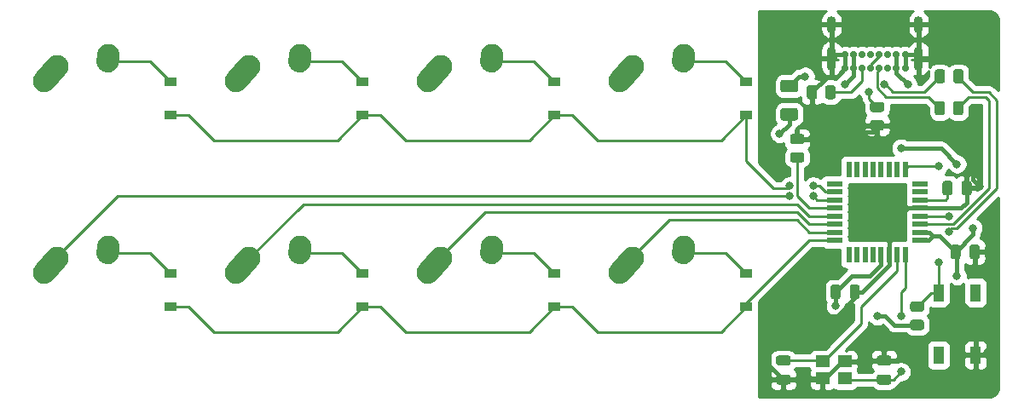
<source format=gbl>
G04 #@! TF.GenerationSoftware,KiCad,Pcbnew,(5.1.9)-1*
G04 #@! TF.CreationDate,2021-05-06T18:48:07-07:00*
G04 #@! TF.ProjectId,PCB,5043422e-6b69-4636-9164-5f7063625858,rev?*
G04 #@! TF.SameCoordinates,Original*
G04 #@! TF.FileFunction,Copper,L2,Bot*
G04 #@! TF.FilePolarity,Positive*
%FSLAX46Y46*%
G04 Gerber Fmt 4.6, Leading zero omitted, Abs format (unit mm)*
G04 Created by KiCad (PCBNEW (5.1.9)-1) date 2021-05-06 18:48:07*
%MOMM*%
%LPD*%
G01*
G04 APERTURE LIST*
G04 #@! TA.AperFunction,SMDPad,CuDef*
%ADD10R,0.550000X1.600000*%
G04 #@! TD*
G04 #@! TA.AperFunction,SMDPad,CuDef*
%ADD11R,1.600000X0.550000*%
G04 #@! TD*
G04 #@! TA.AperFunction,ComponentPad*
%ADD12C,0.700000*%
G04 #@! TD*
G04 #@! TA.AperFunction,ComponentPad*
%ADD13O,0.900000X2.400000*%
G04 #@! TD*
G04 #@! TA.AperFunction,ComponentPad*
%ADD14O,0.900000X1.700000*%
G04 #@! TD*
G04 #@! TA.AperFunction,SMDPad,CuDef*
%ADD15R,1.400000X1.200000*%
G04 #@! TD*
G04 #@! TA.AperFunction,SMDPad,CuDef*
%ADD16R,1.100000X1.800000*%
G04 #@! TD*
G04 #@! TA.AperFunction,ComponentPad*
%ADD17C,2.250000*%
G04 #@! TD*
G04 #@! TA.AperFunction,SMDPad,CuDef*
%ADD18R,1.200000X0.900000*%
G04 #@! TD*
G04 #@! TA.AperFunction,ViaPad*
%ADD19C,0.800000*%
G04 #@! TD*
G04 #@! TA.AperFunction,Conductor*
%ADD20C,0.381000*%
G04 #@! TD*
G04 #@! TA.AperFunction,Conductor*
%ADD21C,0.254000*%
G04 #@! TD*
G04 #@! TA.AperFunction,Conductor*
%ADD22C,0.100000*%
G04 #@! TD*
G04 APERTURE END LIST*
G04 #@! TA.AperFunction,SMDPad,CuDef*
G36*
G01*
X218731250Y-93343750D02*
X218731250Y-92393750D01*
G75*
G02*
X218981250Y-92143750I250000J0D01*
G01*
X219481250Y-92143750D01*
G75*
G02*
X219731250Y-92393750I0J-250000D01*
G01*
X219731250Y-93343750D01*
G75*
G02*
X219481250Y-93593750I-250000J0D01*
G01*
X218981250Y-93593750D01*
G75*
G02*
X218731250Y-93343750I0J250000D01*
G01*
G37*
G04 #@! TD.AperFunction*
G04 #@! TA.AperFunction,SMDPad,CuDef*
G36*
G01*
X216831250Y-93343750D02*
X216831250Y-92393750D01*
G75*
G02*
X217081250Y-92143750I250000J0D01*
G01*
X217581250Y-92143750D01*
G75*
G02*
X217831250Y-92393750I0J-250000D01*
G01*
X217831250Y-93343750D01*
G75*
G02*
X217581250Y-93593750I-250000J0D01*
G01*
X217081250Y-93593750D01*
G75*
G02*
X216831250Y-93343750I0J250000D01*
G01*
G37*
G04 #@! TD.AperFunction*
G04 #@! TA.AperFunction,SMDPad,CuDef*
G36*
G01*
X206825000Y-97312500D02*
X206825000Y-96362500D01*
G75*
G02*
X207075000Y-96112500I250000J0D01*
G01*
X207575000Y-96112500D01*
G75*
G02*
X207825000Y-96362500I0J-250000D01*
G01*
X207825000Y-97312500D01*
G75*
G02*
X207575000Y-97562500I-250000J0D01*
G01*
X207075000Y-97562500D01*
G75*
G02*
X206825000Y-97312500I0J250000D01*
G01*
G37*
G04 #@! TD.AperFunction*
G04 #@! TA.AperFunction,SMDPad,CuDef*
G36*
G01*
X204925000Y-97312500D02*
X204925000Y-96362500D01*
G75*
G02*
X205175000Y-96112500I250000J0D01*
G01*
X205675000Y-96112500D01*
G75*
G02*
X205925000Y-96362500I0J-250000D01*
G01*
X205925000Y-97312500D01*
G75*
G02*
X205675000Y-97562500I-250000J0D01*
G01*
X205175000Y-97562500D01*
G75*
G02*
X204925000Y-97312500I0J250000D01*
G01*
G37*
G04 #@! TD.AperFunction*
D10*
X212350000Y-93150000D03*
X211550000Y-93150000D03*
X210750000Y-93150000D03*
X209950000Y-93150000D03*
X209150000Y-93150000D03*
X208350000Y-93150000D03*
X207550000Y-93150000D03*
X206750000Y-93150000D03*
D11*
X205300000Y-91700000D03*
X205300000Y-90900000D03*
X205300000Y-90100000D03*
X205300000Y-89300000D03*
X205300000Y-88500000D03*
X205300000Y-87700000D03*
X205300000Y-86900000D03*
X205300000Y-86100000D03*
D10*
X206750000Y-84650000D03*
X207550000Y-84650000D03*
X208350000Y-84650000D03*
X209150000Y-84650000D03*
X209950000Y-84650000D03*
X210750000Y-84650000D03*
X211550000Y-84650000D03*
X212350000Y-84650000D03*
D11*
X213800000Y-86100000D03*
X213800000Y-86900000D03*
X213800000Y-87700000D03*
X213800000Y-88500000D03*
X213800000Y-89300000D03*
X213800000Y-90100000D03*
X213800000Y-90900000D03*
X213800000Y-91700000D03*
D12*
X206375000Y-74612500D03*
X207225000Y-74612500D03*
X208075000Y-74612500D03*
X208925000Y-74612500D03*
X209775000Y-74612500D03*
X210625000Y-74612500D03*
X211475000Y-74612500D03*
X212325000Y-74612500D03*
X207225000Y-73262500D03*
X208925000Y-73262500D03*
X208075000Y-73262500D03*
X206375000Y-73262500D03*
X210625000Y-73262500D03*
X211475000Y-73262500D03*
X212325000Y-73262500D03*
X209775000Y-73262500D03*
D13*
X205025000Y-73632500D03*
X213675000Y-73632500D03*
D14*
X205025000Y-70252500D03*
X213675000Y-70252500D03*
G04 #@! TA.AperFunction,SMDPad,CuDef*
G36*
G01*
X205418750Y-76543748D02*
X205418750Y-77443752D01*
G75*
G02*
X205168752Y-77693750I-249998J0D01*
G01*
X204643748Y-77693750D01*
G75*
G02*
X204393750Y-77443752I0J249998D01*
G01*
X204393750Y-76543748D01*
G75*
G02*
X204643748Y-76293750I249998J0D01*
G01*
X205168752Y-76293750D01*
G75*
G02*
X205418750Y-76543748I0J-249998D01*
G01*
G37*
G04 #@! TD.AperFunction*
G04 #@! TA.AperFunction,SMDPad,CuDef*
G36*
G01*
X203593750Y-76543748D02*
X203593750Y-77443752D01*
G75*
G02*
X203343752Y-77693750I-249998J0D01*
G01*
X202818748Y-77693750D01*
G75*
G02*
X202568750Y-77443752I0J249998D01*
G01*
X202568750Y-76543748D01*
G75*
G02*
X202818748Y-76293750I249998J0D01*
G01*
X203343752Y-76293750D01*
G75*
G02*
X203593750Y-76543748I0J-249998D01*
G01*
G37*
G04 #@! TD.AperFunction*
G04 #@! TA.AperFunction,SMDPad,CuDef*
G36*
G01*
X209099998Y-77950000D02*
X210000002Y-77950000D01*
G75*
G02*
X210250000Y-78199998I0J-249998D01*
G01*
X210250000Y-78725002D01*
G75*
G02*
X210000002Y-78975000I-249998J0D01*
G01*
X209099998Y-78975000D01*
G75*
G02*
X208850000Y-78725002I0J249998D01*
G01*
X208850000Y-78199998D01*
G75*
G02*
X209099998Y-77950000I249998J0D01*
G01*
G37*
G04 #@! TD.AperFunction*
G04 #@! TA.AperFunction,SMDPad,CuDef*
G36*
G01*
X209099998Y-79775000D02*
X210000002Y-79775000D01*
G75*
G02*
X210250000Y-80024998I0J-249998D01*
G01*
X210250000Y-80550002D01*
G75*
G02*
X210000002Y-80800000I-249998J0D01*
G01*
X209099998Y-80800000D01*
G75*
G02*
X208850000Y-80550002I0J249998D01*
G01*
X208850000Y-80024998D01*
G75*
G02*
X209099998Y-79775000I249998J0D01*
G01*
G37*
G04 #@! TD.AperFunction*
G04 #@! TA.AperFunction,SMDPad,CuDef*
G36*
G01*
X201443750Y-77012500D02*
X200193750Y-77012500D01*
G75*
G02*
X199943750Y-76762500I0J250000D01*
G01*
X199943750Y-76012500D01*
G75*
G02*
X200193750Y-75762500I250000J0D01*
G01*
X201443750Y-75762500D01*
G75*
G02*
X201693750Y-76012500I0J-250000D01*
G01*
X201693750Y-76762500D01*
G75*
G02*
X201443750Y-77012500I-250000J0D01*
G01*
G37*
G04 #@! TD.AperFunction*
G04 #@! TA.AperFunction,SMDPad,CuDef*
G36*
G01*
X201443750Y-79812500D02*
X200193750Y-79812500D01*
G75*
G02*
X199943750Y-79562500I0J250000D01*
G01*
X199943750Y-78812500D01*
G75*
G02*
X200193750Y-78562500I250000J0D01*
G01*
X201443750Y-78562500D01*
G75*
G02*
X201693750Y-78812500I0J-250000D01*
G01*
X201693750Y-79562500D01*
G75*
G02*
X201443750Y-79812500I-250000J0D01*
G01*
G37*
G04 #@! TD.AperFunction*
D15*
X206337500Y-105456250D03*
X204137500Y-105456250D03*
X204137500Y-103756250D03*
X206337500Y-103756250D03*
D16*
X219337500Y-103112500D03*
X215637500Y-96912500D03*
X215637500Y-103112500D03*
X219337500Y-96912500D03*
G04 #@! TA.AperFunction,SMDPad,CuDef*
G36*
G01*
X201162498Y-81125000D02*
X202062502Y-81125000D01*
G75*
G02*
X202312500Y-81374998I0J-249998D01*
G01*
X202312500Y-81900002D01*
G75*
G02*
X202062502Y-82150000I-249998J0D01*
G01*
X201162498Y-82150000D01*
G75*
G02*
X200912500Y-81900002I0J249998D01*
G01*
X200912500Y-81374998D01*
G75*
G02*
X201162498Y-81125000I249998J0D01*
G01*
G37*
G04 #@! TD.AperFunction*
G04 #@! TA.AperFunction,SMDPad,CuDef*
G36*
G01*
X201162498Y-82950000D02*
X202062502Y-82950000D01*
G75*
G02*
X202312500Y-83199998I0J-249998D01*
G01*
X202312500Y-83725002D01*
G75*
G02*
X202062502Y-83975000I-249998J0D01*
G01*
X201162498Y-83975000D01*
G75*
G02*
X200912500Y-83725002I0J249998D01*
G01*
X200912500Y-83199998D01*
G75*
G02*
X201162498Y-82950000I249998J0D01*
G01*
G37*
G04 #@! TD.AperFunction*
G04 #@! TA.AperFunction,SMDPad,CuDef*
G36*
G01*
X213968752Y-98818750D02*
X213068748Y-98818750D01*
G75*
G02*
X212818750Y-98568752I0J249998D01*
G01*
X212818750Y-98043748D01*
G75*
G02*
X213068748Y-97793750I249998J0D01*
G01*
X213968752Y-97793750D01*
G75*
G02*
X214218750Y-98043748I0J-249998D01*
G01*
X214218750Y-98568752D01*
G75*
G02*
X213968752Y-98818750I-249998J0D01*
G01*
G37*
G04 #@! TD.AperFunction*
G04 #@! TA.AperFunction,SMDPad,CuDef*
G36*
G01*
X213968752Y-100643750D02*
X213068748Y-100643750D01*
G75*
G02*
X212818750Y-100393752I0J249998D01*
G01*
X212818750Y-99868748D01*
G75*
G02*
X213068748Y-99618750I249998J0D01*
G01*
X213968752Y-99618750D01*
G75*
G02*
X214218750Y-99868748I0J-249998D01*
G01*
X214218750Y-100393752D01*
G75*
G02*
X213968752Y-100643750I-249998J0D01*
G01*
G37*
G04 #@! TD.AperFunction*
G04 #@! TA.AperFunction,SMDPad,CuDef*
G36*
G01*
X216293750Y-74956248D02*
X216293750Y-75856252D01*
G75*
G02*
X216043752Y-76106250I-249998J0D01*
G01*
X215518748Y-76106250D01*
G75*
G02*
X215268750Y-75856252I0J249998D01*
G01*
X215268750Y-74956248D01*
G75*
G02*
X215518748Y-74706250I249998J0D01*
G01*
X216043752Y-74706250D01*
G75*
G02*
X216293750Y-74956248I0J-249998D01*
G01*
G37*
G04 #@! TD.AperFunction*
G04 #@! TA.AperFunction,SMDPad,CuDef*
G36*
G01*
X218118750Y-74956248D02*
X218118750Y-75856252D01*
G75*
G02*
X217868752Y-76106250I-249998J0D01*
G01*
X217343748Y-76106250D01*
G75*
G02*
X217093750Y-75856252I0J249998D01*
G01*
X217093750Y-74956248D01*
G75*
G02*
X217343748Y-74706250I249998J0D01*
G01*
X217868752Y-74706250D01*
G75*
G02*
X218118750Y-74956248I0J-249998D01*
G01*
G37*
G04 #@! TD.AperFunction*
G04 #@! TA.AperFunction,SMDPad,CuDef*
G36*
G01*
X216293750Y-78131248D02*
X216293750Y-79031252D01*
G75*
G02*
X216043752Y-79281250I-249998J0D01*
G01*
X215518748Y-79281250D01*
G75*
G02*
X215268750Y-79031252I0J249998D01*
G01*
X215268750Y-78131248D01*
G75*
G02*
X215518748Y-77881250I249998J0D01*
G01*
X216043752Y-77881250D01*
G75*
G02*
X216293750Y-78131248I0J-249998D01*
G01*
G37*
G04 #@! TD.AperFunction*
G04 #@! TA.AperFunction,SMDPad,CuDef*
G36*
G01*
X218118750Y-78131248D02*
X218118750Y-79031252D01*
G75*
G02*
X217868752Y-79281250I-249998J0D01*
G01*
X217343748Y-79281250D01*
G75*
G02*
X217093750Y-79031252I0J249998D01*
G01*
X217093750Y-78131248D01*
G75*
G02*
X217343748Y-77881250I249998J0D01*
G01*
X217868752Y-77881250D01*
G75*
G02*
X218118750Y-78131248I0J-249998D01*
G01*
G37*
G04 #@! TD.AperFunction*
G04 #@! TA.AperFunction,ComponentPad*
G36*
G01*
X190217233Y-94091145D02*
X190216347Y-94091084D01*
G75*
G02*
X189171416Y-92891347I77403J1122334D01*
G01*
X189211416Y-92311347D01*
G75*
G02*
X190411153Y-91266416I1122334J-77403D01*
G01*
X190411153Y-91266416D01*
G75*
G02*
X191456084Y-92466153I-77403J-1122334D01*
G01*
X191416084Y-93046153D01*
G75*
G02*
X190216347Y-94091084I-1122334J77403D01*
G01*
G37*
G04 #@! TD.AperFunction*
D17*
X190333750Y-92388750D03*
G04 #@! TA.AperFunction,ComponentPad*
G36*
G01*
X183232438Y-95766100D02*
X183232433Y-95766095D01*
G75*
G02*
X183146405Y-94177433I751317J837345D01*
G01*
X184456407Y-92717433D01*
G75*
G02*
X186045069Y-92631405I837345J-751317D01*
G01*
X186045069Y-92631405D01*
G75*
G02*
X186131097Y-94220067I-751317J-837345D01*
G01*
X184821095Y-95680067D01*
G75*
G02*
X183232433Y-95766095I-837345J751317D01*
G01*
G37*
G04 #@! TD.AperFunction*
X185293750Y-93468750D03*
G04 #@! TA.AperFunction,ComponentPad*
G36*
G01*
X190217233Y-75041145D02*
X190216347Y-75041084D01*
G75*
G02*
X189171416Y-73841347I77403J1122334D01*
G01*
X189211416Y-73261347D01*
G75*
G02*
X190411153Y-72216416I1122334J-77403D01*
G01*
X190411153Y-72216416D01*
G75*
G02*
X191456084Y-73416153I-77403J-1122334D01*
G01*
X191416084Y-73996153D01*
G75*
G02*
X190216347Y-75041084I-1122334J77403D01*
G01*
G37*
G04 #@! TD.AperFunction*
X190333750Y-73338750D03*
G04 #@! TA.AperFunction,ComponentPad*
G36*
G01*
X183232438Y-76716100D02*
X183232433Y-76716095D01*
G75*
G02*
X183146405Y-75127433I751317J837345D01*
G01*
X184456407Y-73667433D01*
G75*
G02*
X186045069Y-73581405I837345J-751317D01*
G01*
X186045069Y-73581405D01*
G75*
G02*
X186131097Y-75170067I-751317J-837345D01*
G01*
X184821095Y-76630067D01*
G75*
G02*
X183232433Y-76716095I-837345J751317D01*
G01*
G37*
G04 #@! TD.AperFunction*
X185293750Y-74418750D03*
G04 #@! TA.AperFunction,ComponentPad*
G36*
G01*
X171167233Y-94091145D02*
X171166347Y-94091084D01*
G75*
G02*
X170121416Y-92891347I77403J1122334D01*
G01*
X170161416Y-92311347D01*
G75*
G02*
X171361153Y-91266416I1122334J-77403D01*
G01*
X171361153Y-91266416D01*
G75*
G02*
X172406084Y-92466153I-77403J-1122334D01*
G01*
X172366084Y-93046153D01*
G75*
G02*
X171166347Y-94091084I-1122334J77403D01*
G01*
G37*
G04 #@! TD.AperFunction*
X171283750Y-92388750D03*
G04 #@! TA.AperFunction,ComponentPad*
G36*
G01*
X164182438Y-95766100D02*
X164182433Y-95766095D01*
G75*
G02*
X164096405Y-94177433I751317J837345D01*
G01*
X165406407Y-92717433D01*
G75*
G02*
X166995069Y-92631405I837345J-751317D01*
G01*
X166995069Y-92631405D01*
G75*
G02*
X167081097Y-94220067I-751317J-837345D01*
G01*
X165771095Y-95680067D01*
G75*
G02*
X164182433Y-95766095I-837345J751317D01*
G01*
G37*
G04 #@! TD.AperFunction*
X166243750Y-93468750D03*
G04 #@! TA.AperFunction,ComponentPad*
G36*
G01*
X171167233Y-75041145D02*
X171166347Y-75041084D01*
G75*
G02*
X170121416Y-73841347I77403J1122334D01*
G01*
X170161416Y-73261347D01*
G75*
G02*
X171361153Y-72216416I1122334J-77403D01*
G01*
X171361153Y-72216416D01*
G75*
G02*
X172406084Y-73416153I-77403J-1122334D01*
G01*
X172366084Y-73996153D01*
G75*
G02*
X171166347Y-75041084I-1122334J77403D01*
G01*
G37*
G04 #@! TD.AperFunction*
X171283750Y-73338750D03*
G04 #@! TA.AperFunction,ComponentPad*
G36*
G01*
X164182438Y-76716100D02*
X164182433Y-76716095D01*
G75*
G02*
X164096405Y-75127433I751317J837345D01*
G01*
X165406407Y-73667433D01*
G75*
G02*
X166995069Y-73581405I837345J-751317D01*
G01*
X166995069Y-73581405D01*
G75*
G02*
X167081097Y-75170067I-751317J-837345D01*
G01*
X165771095Y-76630067D01*
G75*
G02*
X164182433Y-76716095I-837345J751317D01*
G01*
G37*
G04 #@! TD.AperFunction*
X166243750Y-74418750D03*
G04 #@! TA.AperFunction,ComponentPad*
G36*
G01*
X152117233Y-94091145D02*
X152116347Y-94091084D01*
G75*
G02*
X151071416Y-92891347I77403J1122334D01*
G01*
X151111416Y-92311347D01*
G75*
G02*
X152311153Y-91266416I1122334J-77403D01*
G01*
X152311153Y-91266416D01*
G75*
G02*
X153356084Y-92466153I-77403J-1122334D01*
G01*
X153316084Y-93046153D01*
G75*
G02*
X152116347Y-94091084I-1122334J77403D01*
G01*
G37*
G04 #@! TD.AperFunction*
X152233750Y-92388750D03*
G04 #@! TA.AperFunction,ComponentPad*
G36*
G01*
X145132438Y-95766100D02*
X145132433Y-95766095D01*
G75*
G02*
X145046405Y-94177433I751317J837345D01*
G01*
X146356407Y-92717433D01*
G75*
G02*
X147945069Y-92631405I837345J-751317D01*
G01*
X147945069Y-92631405D01*
G75*
G02*
X148031097Y-94220067I-751317J-837345D01*
G01*
X146721095Y-95680067D01*
G75*
G02*
X145132433Y-95766095I-837345J751317D01*
G01*
G37*
G04 #@! TD.AperFunction*
X147193750Y-93468750D03*
G04 #@! TA.AperFunction,ComponentPad*
G36*
G01*
X152117233Y-75041145D02*
X152116347Y-75041084D01*
G75*
G02*
X151071416Y-73841347I77403J1122334D01*
G01*
X151111416Y-73261347D01*
G75*
G02*
X152311153Y-72216416I1122334J-77403D01*
G01*
X152311153Y-72216416D01*
G75*
G02*
X153356084Y-73416153I-77403J-1122334D01*
G01*
X153316084Y-73996153D01*
G75*
G02*
X152116347Y-75041084I-1122334J77403D01*
G01*
G37*
G04 #@! TD.AperFunction*
X152233750Y-73338750D03*
G04 #@! TA.AperFunction,ComponentPad*
G36*
G01*
X145132438Y-76716100D02*
X145132433Y-76716095D01*
G75*
G02*
X145046405Y-75127433I751317J837345D01*
G01*
X146356407Y-73667433D01*
G75*
G02*
X147945069Y-73581405I837345J-751317D01*
G01*
X147945069Y-73581405D01*
G75*
G02*
X148031097Y-75170067I-751317J-837345D01*
G01*
X146721095Y-76630067D01*
G75*
G02*
X145132433Y-76716095I-837345J751317D01*
G01*
G37*
G04 #@! TD.AperFunction*
X147193750Y-74418750D03*
G04 #@! TA.AperFunction,ComponentPad*
G36*
G01*
X133067233Y-94091145D02*
X133066347Y-94091084D01*
G75*
G02*
X132021416Y-92891347I77403J1122334D01*
G01*
X132061416Y-92311347D01*
G75*
G02*
X133261153Y-91266416I1122334J-77403D01*
G01*
X133261153Y-91266416D01*
G75*
G02*
X134306084Y-92466153I-77403J-1122334D01*
G01*
X134266084Y-93046153D01*
G75*
G02*
X133066347Y-94091084I-1122334J77403D01*
G01*
G37*
G04 #@! TD.AperFunction*
X133183750Y-92388750D03*
G04 #@! TA.AperFunction,ComponentPad*
G36*
G01*
X126082438Y-95766100D02*
X126082433Y-95766095D01*
G75*
G02*
X125996405Y-94177433I751317J837345D01*
G01*
X127306407Y-92717433D01*
G75*
G02*
X128895069Y-92631405I837345J-751317D01*
G01*
X128895069Y-92631405D01*
G75*
G02*
X128981097Y-94220067I-751317J-837345D01*
G01*
X127671095Y-95680067D01*
G75*
G02*
X126082433Y-95766095I-837345J751317D01*
G01*
G37*
G04 #@! TD.AperFunction*
X128143750Y-93468750D03*
G04 #@! TA.AperFunction,ComponentPad*
G36*
G01*
X133067233Y-75041145D02*
X133066347Y-75041084D01*
G75*
G02*
X132021416Y-73841347I77403J1122334D01*
G01*
X132061416Y-73261347D01*
G75*
G02*
X133261153Y-72216416I1122334J-77403D01*
G01*
X133261153Y-72216416D01*
G75*
G02*
X134306084Y-73416153I-77403J-1122334D01*
G01*
X134266084Y-73996153D01*
G75*
G02*
X133066347Y-75041084I-1122334J77403D01*
G01*
G37*
G04 #@! TD.AperFunction*
X133183750Y-73338750D03*
G04 #@! TA.AperFunction,ComponentPad*
G36*
G01*
X126082438Y-76716100D02*
X126082433Y-76716095D01*
G75*
G02*
X125996405Y-75127433I751317J837345D01*
G01*
X127306407Y-73667433D01*
G75*
G02*
X128895069Y-73581405I837345J-751317D01*
G01*
X128895069Y-73581405D01*
G75*
G02*
X128981097Y-75170067I-751317J-837345D01*
G01*
X127671095Y-76630067D01*
G75*
G02*
X126082433Y-76716095I-837345J751317D01*
G01*
G37*
G04 #@! TD.AperFunction*
X128143750Y-74418750D03*
D18*
X196525000Y-95025000D03*
X196525000Y-98325000D03*
X196525000Y-75975000D03*
X196525000Y-79275000D03*
X177475000Y-95025000D03*
X177475000Y-98325000D03*
X177475000Y-75975000D03*
X177475000Y-79275000D03*
X158425000Y-95025000D03*
X158425000Y-98325000D03*
X158425000Y-75975000D03*
X158425000Y-79275000D03*
X139375000Y-95025000D03*
X139375000Y-98325000D03*
X139375000Y-75975000D03*
X139375000Y-79275000D03*
G04 #@! TA.AperFunction,SMDPad,CuDef*
G36*
G01*
X216037500Y-86993750D02*
X216037500Y-86043750D01*
G75*
G02*
X216287500Y-85793750I250000J0D01*
G01*
X216787500Y-85793750D01*
G75*
G02*
X217037500Y-86043750I0J-250000D01*
G01*
X217037500Y-86993750D01*
G75*
G02*
X216787500Y-87243750I-250000J0D01*
G01*
X216287500Y-87243750D01*
G75*
G02*
X216037500Y-86993750I0J250000D01*
G01*
G37*
G04 #@! TD.AperFunction*
G04 #@! TA.AperFunction,SMDPad,CuDef*
G36*
G01*
X217937500Y-86993750D02*
X217937500Y-86043750D01*
G75*
G02*
X218187500Y-85793750I250000J0D01*
G01*
X218687500Y-85793750D01*
G75*
G02*
X218937500Y-86043750I0J-250000D01*
G01*
X218937500Y-86993750D01*
G75*
G02*
X218687500Y-87243750I-250000J0D01*
G01*
X218187500Y-87243750D01*
G75*
G02*
X217937500Y-86993750I0J250000D01*
G01*
G37*
G04 #@! TD.AperFunction*
G04 #@! TA.AperFunction,SMDPad,CuDef*
G36*
G01*
X199762500Y-103156250D02*
X200712500Y-103156250D01*
G75*
G02*
X200962500Y-103406250I0J-250000D01*
G01*
X200962500Y-103906250D01*
G75*
G02*
X200712500Y-104156250I-250000J0D01*
G01*
X199762500Y-104156250D01*
G75*
G02*
X199512500Y-103906250I0J250000D01*
G01*
X199512500Y-103406250D01*
G75*
G02*
X199762500Y-103156250I250000J0D01*
G01*
G37*
G04 #@! TD.AperFunction*
G04 #@! TA.AperFunction,SMDPad,CuDef*
G36*
G01*
X199762500Y-105056250D02*
X200712500Y-105056250D01*
G75*
G02*
X200962500Y-105306250I0J-250000D01*
G01*
X200962500Y-105806250D01*
G75*
G02*
X200712500Y-106056250I-250000J0D01*
G01*
X199762500Y-106056250D01*
G75*
G02*
X199512500Y-105806250I0J250000D01*
G01*
X199512500Y-105306250D01*
G75*
G02*
X199762500Y-105056250I250000J0D01*
G01*
G37*
G04 #@! TD.AperFunction*
G04 #@! TA.AperFunction,SMDPad,CuDef*
G36*
G01*
X210712500Y-106056250D02*
X209762500Y-106056250D01*
G75*
G02*
X209512500Y-105806250I0J250000D01*
G01*
X209512500Y-105306250D01*
G75*
G02*
X209762500Y-105056250I250000J0D01*
G01*
X210712500Y-105056250D01*
G75*
G02*
X210962500Y-105306250I0J-250000D01*
G01*
X210962500Y-105806250D01*
G75*
G02*
X210712500Y-106056250I-250000J0D01*
G01*
G37*
G04 #@! TD.AperFunction*
G04 #@! TA.AperFunction,SMDPad,CuDef*
G36*
G01*
X210712500Y-104156250D02*
X209762500Y-104156250D01*
G75*
G02*
X209512500Y-103906250I0J250000D01*
G01*
X209512500Y-103406250D01*
G75*
G02*
X209762500Y-103156250I250000J0D01*
G01*
X210712500Y-103156250D01*
G75*
G02*
X210962500Y-103406250I0J-250000D01*
G01*
X210962500Y-103906250D01*
G75*
G02*
X210712500Y-104156250I-250000J0D01*
G01*
G37*
G04 #@! TD.AperFunction*
D19*
X203081250Y-81637500D03*
X207168750Y-80962500D03*
X219075000Y-74612500D03*
X220662500Y-89693750D03*
X219751558Y-86401558D03*
X219075000Y-80962500D03*
X217487500Y-84137500D03*
X199868750Y-81118750D03*
X217487500Y-95250000D03*
X219075000Y-90487500D03*
X205419157Y-98262907D03*
X209550000Y-99218750D03*
X211931250Y-82550000D03*
X211931250Y-104775000D03*
X211931250Y-99218750D03*
X200818750Y-86312497D03*
X203200000Y-86312497D03*
X206375000Y-76200000D03*
X202406250Y-75406250D03*
X212586444Y-76200000D03*
X200818750Y-87312500D03*
X203200000Y-87312500D03*
X210287987Y-76208335D03*
X216693750Y-90827000D03*
X216693750Y-89373000D03*
X215637500Y-93925000D03*
X215637500Y-84365750D03*
X208756250Y-76993750D03*
D20*
X201612500Y-81637500D02*
X203081250Y-81637500D01*
X204037500Y-105556250D02*
X204137500Y-105456250D01*
X200237500Y-105556250D02*
X204037500Y-105556250D01*
X210137500Y-103756250D02*
X210237500Y-103656250D01*
X206337500Y-103756250D02*
X210137500Y-103756250D01*
X204440402Y-105456250D02*
X204137500Y-105456250D01*
X206140402Y-103756250D02*
X204440402Y-105456250D01*
X206337500Y-103756250D02*
X206140402Y-103756250D01*
X213870000Y-73773750D02*
X218236250Y-73773750D01*
X218236250Y-73773750D02*
X219075000Y-74612500D01*
X206298750Y-74688750D02*
X205581250Y-75406250D01*
X204668750Y-75406250D02*
X203081250Y-76993750D01*
X205581250Y-75406250D02*
X204668750Y-75406250D01*
X209550000Y-80800000D02*
X209387500Y-80962500D01*
X209550000Y-80287500D02*
X209550000Y-80800000D01*
X209387500Y-80962500D02*
X207168750Y-80962500D01*
X206375000Y-73262500D02*
X206375000Y-74612500D01*
X212325000Y-73262500D02*
X212325000Y-74612500D01*
X213305000Y-73262500D02*
X213675000Y-73632500D01*
X212325000Y-73262500D02*
X213305000Y-73262500D01*
X219337500Y-103112500D02*
X219943750Y-103112500D01*
X219943750Y-103112500D02*
X220662500Y-102393750D01*
X220662500Y-102393750D02*
X220662500Y-94456250D01*
X220662500Y-94456250D02*
X220662500Y-89693750D01*
X219231250Y-92868750D02*
X220662500Y-92868750D01*
X212619000Y-88500000D02*
X213800000Y-88500000D01*
X210750000Y-90369000D02*
X212619000Y-88500000D01*
X210750000Y-93150000D02*
X210750000Y-90369000D01*
X207325000Y-97475000D02*
X207325000Y-96837500D01*
X205581250Y-99218750D02*
X207325000Y-97475000D01*
X201612500Y-99218750D02*
X205581250Y-99218750D01*
X198437500Y-102393750D02*
X201612500Y-99218750D01*
X198437500Y-103756250D02*
X198437500Y-102393750D01*
X200237500Y-105556250D02*
X198437500Y-103756250D01*
X210750000Y-94149574D02*
X210750000Y-93150000D01*
X208062074Y-96837500D02*
X210750000Y-94149574D01*
X207325000Y-96837500D02*
X208062074Y-96837500D01*
X205025000Y-70252500D02*
X205025000Y-73632500D01*
X205395000Y-73262500D02*
X205025000Y-73632500D01*
X206375000Y-73262500D02*
X205395000Y-73262500D01*
X213675000Y-70252500D02*
X213675000Y-73632500D01*
X203081250Y-76993750D02*
X203081250Y-81637500D01*
X217887500Y-88500000D02*
X218437500Y-87950000D01*
X218437500Y-87950000D02*
X218437500Y-86518750D01*
X213800000Y-88500000D02*
X217887500Y-88500000D01*
X219634366Y-86518750D02*
X219751558Y-86401558D01*
X218437500Y-86518750D02*
X219634366Y-86518750D01*
X219075000Y-85725000D02*
X219751558Y-86401558D01*
X219075000Y-80962500D02*
X219075000Y-85725000D01*
X218400000Y-80287500D02*
X219075000Y-80962500D01*
X209550000Y-80287500D02*
X218400000Y-80287500D01*
X199868750Y-81118750D02*
X199868750Y-80931250D01*
X213800000Y-90900000D02*
X214725000Y-90900000D01*
X213800000Y-91700000D02*
X214687500Y-91700000D01*
X214687500Y-91700000D02*
X215106250Y-91281250D01*
X215106250Y-91281250D02*
X214725000Y-90900000D01*
X215743750Y-91281250D02*
X217331250Y-92868750D01*
X215106250Y-91281250D02*
X215743750Y-91281250D01*
X217487500Y-93025000D02*
X217331250Y-92868750D01*
X217487500Y-95250000D02*
X217487500Y-93025000D01*
X219075000Y-91125000D02*
X217331250Y-92868750D01*
X219075000Y-90487500D02*
X219075000Y-91125000D01*
X200818750Y-80168750D02*
X199868750Y-81118750D01*
X200818750Y-79187500D02*
X200818750Y-80168750D01*
X211256250Y-100131250D02*
X213518750Y-100131250D01*
X210343750Y-99218750D02*
X211256250Y-100131250D01*
X205425000Y-96837500D02*
X207012500Y-95250000D01*
X209950000Y-94127902D02*
X209950000Y-93150000D01*
X208827902Y-95250000D02*
X209950000Y-94127902D01*
X207012500Y-95250000D02*
X208827902Y-95250000D01*
X205419157Y-96843343D02*
X205425000Y-96837500D01*
X205419157Y-98262907D02*
X205419157Y-96843343D01*
X210343750Y-99218750D02*
X209550000Y-99218750D01*
X215900000Y-82550000D02*
X217487500Y-84137500D01*
X211931250Y-82550000D02*
X215900000Y-82550000D01*
D21*
X206437500Y-105556250D02*
X206337500Y-105456250D01*
X210237500Y-105556250D02*
X206437500Y-105556250D01*
X210237500Y-105556250D02*
X211150000Y-105556250D01*
X211150000Y-105556250D02*
X211931250Y-104775000D01*
X211931250Y-99218750D02*
X211931250Y-96837500D01*
X212350000Y-96418750D02*
X212350000Y-93150000D01*
X211931250Y-96837500D02*
X212350000Y-96418750D01*
X204037500Y-103656250D02*
X204137500Y-103756250D01*
X200237500Y-103656250D02*
X204037500Y-103656250D01*
X211550000Y-94727732D02*
X211550000Y-93150000D01*
X207962500Y-98315232D02*
X211550000Y-94727732D01*
X207962500Y-100012500D02*
X207962500Y-98315232D01*
X204218750Y-103756250D02*
X207962500Y-100012500D01*
X204137500Y-103756250D02*
X204218750Y-103756250D01*
X213800000Y-87700000D02*
X216306250Y-87700000D01*
X216537500Y-87468750D02*
X216537500Y-86518750D01*
X216306250Y-87700000D02*
X216537500Y-87468750D01*
X137318750Y-73918750D02*
X139375000Y-75975000D01*
X133143750Y-73918750D02*
X137318750Y-73918750D01*
X155943750Y-81756250D02*
X158425000Y-79275000D01*
X158425000Y-79275000D02*
X160237500Y-79275000D01*
X160237500Y-79275000D02*
X162718750Y-81756250D01*
X174993750Y-81756250D02*
X177475000Y-79275000D01*
X162718750Y-81756250D02*
X174993750Y-81756250D01*
X177475000Y-79275000D02*
X179287500Y-79275000D01*
X179287500Y-79275000D02*
X181768750Y-81756250D01*
X194043750Y-81756250D02*
X196525000Y-79275000D01*
X181768750Y-81756250D02*
X194043750Y-81756250D01*
X139375000Y-79275000D02*
X141187500Y-79275000D01*
X143668750Y-81756250D02*
X155943750Y-81756250D01*
X141187500Y-79275000D02*
X143668750Y-81756250D01*
X196525000Y-79275000D02*
X196525000Y-83812500D01*
X196525000Y-83812500D02*
X199231250Y-86518750D01*
X199231250Y-86518750D02*
X200818750Y-86518750D01*
X200818750Y-86518750D02*
X200818750Y-86312497D01*
X204375000Y-86900000D02*
X205300000Y-86900000D01*
X203787497Y-86312497D02*
X204375000Y-86900000D01*
X203200000Y-86312497D02*
X203787497Y-86312497D01*
X137318750Y-92968750D02*
X139375000Y-95025000D01*
X133143750Y-92968750D02*
X137318750Y-92968750D01*
X139375000Y-98325000D02*
X141187500Y-98325000D01*
X141187500Y-98325000D02*
X143668750Y-100806250D01*
X155943750Y-100806250D02*
X158425000Y-98325000D01*
X143668750Y-100806250D02*
X155943750Y-100806250D01*
X158425000Y-98325000D02*
X160237500Y-98325000D01*
X160237500Y-98325000D02*
X162718750Y-100806250D01*
X174993750Y-100806250D02*
X177475000Y-98325000D01*
X162718750Y-100806250D02*
X174993750Y-100806250D01*
X177475000Y-98325000D02*
X179287500Y-98325000D01*
X179287500Y-98325000D02*
X181768750Y-100806250D01*
X194043750Y-100806250D02*
X196525000Y-98325000D01*
X181768750Y-100806250D02*
X194043750Y-100806250D01*
X196525000Y-98325000D02*
X196525000Y-97956250D01*
X202781250Y-91700000D02*
X205300000Y-91700000D01*
X196525000Y-97956250D02*
X202781250Y-91700000D01*
X156368750Y-73918750D02*
X158425000Y-75975000D01*
X152193750Y-73918750D02*
X156368750Y-73918750D01*
X156368750Y-92968750D02*
X158425000Y-95025000D01*
X152193750Y-92968750D02*
X156368750Y-92968750D01*
X175418750Y-73918750D02*
X177475000Y-75975000D01*
X171243750Y-73918750D02*
X175418750Y-73918750D01*
X175418750Y-92968750D02*
X177475000Y-95025000D01*
X171243750Y-92968750D02*
X175418750Y-92968750D01*
X194468750Y-73918750D02*
X196525000Y-75975000D01*
X190913750Y-73918750D02*
X190333750Y-73338750D01*
X194468750Y-73918750D02*
X190913750Y-73918750D01*
X194468750Y-92968750D02*
X196525000Y-95025000D01*
X190293750Y-92968750D02*
X194468750Y-92968750D01*
D20*
X201800000Y-75406250D02*
X200818750Y-76387500D01*
X202406250Y-75406250D02*
X201800000Y-75406250D01*
X207225000Y-75350000D02*
X207225000Y-74612500D01*
X206375000Y-76200000D02*
X207225000Y-75350000D01*
X207225000Y-73262500D02*
X207225000Y-74612500D01*
X211475000Y-75088556D02*
X212586444Y-76200000D01*
X211475000Y-74612500D02*
X211475000Y-75088556D01*
X211475000Y-73262500D02*
X211475000Y-74612500D01*
D21*
X126833750Y-94622500D02*
X134143750Y-87312500D01*
X126833750Y-94928750D02*
X126833750Y-94622500D01*
X134143750Y-87312500D02*
X197954566Y-87312500D01*
X197954566Y-87312500D02*
X200818750Y-87312500D01*
X203587500Y-87700000D02*
X205300000Y-87700000D01*
X203200000Y-87312500D02*
X203587500Y-87700000D01*
X147193750Y-93468750D02*
X152556250Y-88106250D01*
X202806250Y-89300000D02*
X205300000Y-89300000D01*
X201612500Y-88106250D02*
X202806250Y-89300000D01*
X152556250Y-88106250D02*
X201612500Y-88106250D01*
X164933750Y-94928750D02*
X165421250Y-94928750D01*
X164933750Y-94622500D02*
X170656250Y-88900000D01*
X164933750Y-94928750D02*
X164933750Y-94622500D01*
X201612500Y-88900000D02*
X202812500Y-90100000D01*
X202812500Y-90100000D02*
X205300000Y-90100000D01*
X170656250Y-88900000D02*
X201612500Y-88900000D01*
X183983750Y-94622500D02*
X188912500Y-89693750D01*
X183983750Y-94928750D02*
X183983750Y-94622500D01*
X202818750Y-90900000D02*
X205300000Y-90900000D01*
X201612500Y-89693750D02*
X202818750Y-90900000D01*
X188912500Y-89693750D02*
X201612500Y-89693750D01*
X215781250Y-78581250D02*
X215515297Y-78581250D01*
X209775000Y-74764462D02*
X209775000Y-74612500D01*
X209550000Y-74989462D02*
X209775000Y-74764462D01*
X209550000Y-76546310D02*
X209550000Y-74989462D01*
X210451450Y-77447760D02*
X209550000Y-76546310D01*
X214647760Y-77447760D02*
X210451450Y-77447760D01*
X215781250Y-78581250D02*
X214647760Y-77447760D01*
X217081250Y-90100000D02*
X213800000Y-90100000D01*
X220662500Y-86518750D02*
X217081250Y-90100000D01*
X220322760Y-77447760D02*
X220662500Y-77787500D01*
X220662500Y-77787500D02*
X220662500Y-86518750D01*
X218620990Y-77447760D02*
X220322760Y-77447760D01*
X217606250Y-78462500D02*
X218620990Y-77447760D01*
X217606250Y-78581250D02*
X217606250Y-78462500D01*
X214193750Y-76993750D02*
X215781250Y-75406250D01*
X211137500Y-76993750D02*
X214193750Y-76993750D01*
X210300000Y-76156250D02*
X211137500Y-76993750D01*
X208925000Y-74264462D02*
X208925000Y-74612500D01*
X209775000Y-73414462D02*
X208925000Y-74264462D01*
X209775000Y-73262500D02*
X209775000Y-73414462D01*
X210300000Y-76196322D02*
X210287987Y-76208335D01*
X210300000Y-76156250D02*
X210300000Y-76196322D01*
X221456250Y-77787500D02*
X221456250Y-84137500D01*
X219075000Y-76993750D02*
X220662500Y-76993750D01*
X220662500Y-76993750D02*
X221456250Y-77787500D01*
X217606250Y-75525000D02*
X219075000Y-76993750D01*
X217606250Y-75406250D02*
X217606250Y-75525000D01*
X221456250Y-84137500D02*
X221456250Y-86518750D01*
X221456250Y-86518750D02*
X217420990Y-90554010D01*
X217420990Y-90554010D02*
X217269307Y-90554010D01*
X216966740Y-90554010D02*
X216693750Y-90827000D01*
X217269307Y-90554010D02*
X216966740Y-90554010D01*
X213985500Y-89373000D02*
X216693750Y-89373000D01*
X213912500Y-89300000D02*
X213985500Y-89373000D01*
X213800000Y-89300000D02*
X213912500Y-89300000D01*
X213518750Y-98306250D02*
X213637500Y-98306250D01*
X213518750Y-98306250D02*
X213093750Y-97881250D01*
X214912500Y-96912500D02*
X213518750Y-98306250D01*
X215637500Y-96912500D02*
X214912500Y-96912500D01*
X215637500Y-96912500D02*
X215637500Y-93925000D01*
X212634250Y-84365750D02*
X212350000Y-84650000D01*
X215637500Y-84365750D02*
X212634250Y-84365750D01*
X202800000Y-88500000D02*
X205300000Y-88500000D01*
X201612500Y-87312500D02*
X202800000Y-88500000D01*
X201612500Y-83462500D02*
X201612500Y-87312500D01*
X206974000Y-76993750D02*
X204906250Y-76993750D01*
X208075000Y-75892750D02*
X208075000Y-74612500D01*
X206974000Y-76993750D02*
X208075000Y-75892750D01*
X209432808Y-78345308D02*
X209550000Y-78462500D01*
X208756250Y-77668750D02*
X209550000Y-78462500D01*
X208756250Y-76993750D02*
X208756250Y-77668750D01*
X221590000Y-106330220D02*
X221569231Y-106542038D01*
X221517091Y-106714736D01*
X221432399Y-106874018D01*
X221318378Y-107013821D01*
X221179385Y-107128806D01*
X221020695Y-107214610D01*
X220848365Y-107267955D01*
X220638619Y-107290000D01*
X197770750Y-107290000D01*
X197770750Y-106056250D01*
X198874428Y-106056250D01*
X198886688Y-106180732D01*
X198922998Y-106300430D01*
X198981963Y-106410744D01*
X199061315Y-106507435D01*
X199158006Y-106586787D01*
X199268320Y-106645752D01*
X199388018Y-106682062D01*
X199512500Y-106694322D01*
X199951750Y-106691250D01*
X200110500Y-106532500D01*
X200110500Y-105683250D01*
X200364500Y-105683250D01*
X200364500Y-106532500D01*
X200523250Y-106691250D01*
X200962500Y-106694322D01*
X201086982Y-106682062D01*
X201206680Y-106645752D01*
X201316994Y-106586787D01*
X201413685Y-106507435D01*
X201493037Y-106410744D01*
X201552002Y-106300430D01*
X201588312Y-106180732D01*
X201600572Y-106056250D01*
X202799428Y-106056250D01*
X202811688Y-106180732D01*
X202847998Y-106300430D01*
X202906963Y-106410744D01*
X202986315Y-106507435D01*
X203083006Y-106586787D01*
X203193320Y-106645752D01*
X203313018Y-106682062D01*
X203437500Y-106694322D01*
X203851750Y-106691250D01*
X204010500Y-106532500D01*
X204010500Y-105583250D01*
X202961250Y-105583250D01*
X202802500Y-105742000D01*
X202799428Y-106056250D01*
X201600572Y-106056250D01*
X201597500Y-105842000D01*
X201438750Y-105683250D01*
X200364500Y-105683250D01*
X200110500Y-105683250D01*
X199036250Y-105683250D01*
X198877500Y-105842000D01*
X198874428Y-106056250D01*
X197770750Y-106056250D01*
X197770750Y-97788130D01*
X203096880Y-92462000D01*
X204092456Y-92462000D01*
X204145506Y-92505537D01*
X204255820Y-92564502D01*
X204375518Y-92600812D01*
X204500000Y-92613072D01*
X205836928Y-92613072D01*
X205836928Y-93950000D01*
X205849188Y-94074482D01*
X205885498Y-94194180D01*
X205944463Y-94304494D01*
X206023815Y-94401185D01*
X206120506Y-94480537D01*
X206230820Y-94539502D01*
X206350518Y-94575812D01*
X206475000Y-94588072D01*
X206517818Y-94588072D01*
X206515194Y-94590226D01*
X206425959Y-94663459D01*
X206400108Y-94694959D01*
X205620640Y-95474428D01*
X205175000Y-95474428D01*
X205001746Y-95491492D01*
X204835150Y-95542028D01*
X204681614Y-95624095D01*
X204547038Y-95734538D01*
X204436595Y-95869114D01*
X204354528Y-96022650D01*
X204303992Y-96189246D01*
X204286928Y-96362500D01*
X204286928Y-97312500D01*
X204303992Y-97485754D01*
X204354528Y-97652350D01*
X204436595Y-97805886D01*
X204470881Y-97847663D01*
X204423931Y-97961009D01*
X204384157Y-98160968D01*
X204384157Y-98364846D01*
X204423931Y-98564805D01*
X204501952Y-98753163D01*
X204615220Y-98922681D01*
X204759383Y-99066844D01*
X204928901Y-99180112D01*
X205117259Y-99258133D01*
X205317218Y-99297907D01*
X205521096Y-99297907D01*
X205721055Y-99258133D01*
X205909413Y-99180112D01*
X206078931Y-99066844D01*
X206223094Y-98922681D01*
X206336362Y-98753163D01*
X206414383Y-98564805D01*
X206454157Y-98364846D01*
X206454157Y-98160968D01*
X206434819Y-98063750D01*
X206470506Y-98093037D01*
X206580820Y-98152002D01*
X206700518Y-98188312D01*
X206825000Y-98200572D01*
X207039250Y-98197500D01*
X207197998Y-98038752D01*
X207197998Y-98197500D01*
X207208410Y-98197500D01*
X207196814Y-98315232D01*
X207200501Y-98352665D01*
X207200500Y-99696869D01*
X204379192Y-102518178D01*
X203437500Y-102518178D01*
X203313018Y-102530438D01*
X203193320Y-102566748D01*
X203083006Y-102625713D01*
X202986315Y-102705065D01*
X202906963Y-102801756D01*
X202857523Y-102894250D01*
X201435629Y-102894250D01*
X201340462Y-102778288D01*
X201205886Y-102667845D01*
X201052350Y-102585778D01*
X200885754Y-102535242D01*
X200712500Y-102518178D01*
X199762500Y-102518178D01*
X199589246Y-102535242D01*
X199422650Y-102585778D01*
X199269114Y-102667845D01*
X199134538Y-102778288D01*
X199024095Y-102912864D01*
X198942028Y-103066400D01*
X198891492Y-103232996D01*
X198874428Y-103406250D01*
X198874428Y-103906250D01*
X198891492Y-104079504D01*
X198942028Y-104246100D01*
X199024095Y-104399636D01*
X199134538Y-104534212D01*
X199141094Y-104539592D01*
X199061315Y-104605065D01*
X198981963Y-104701756D01*
X198922998Y-104812070D01*
X198886688Y-104931768D01*
X198874428Y-105056250D01*
X198877500Y-105270500D01*
X199036250Y-105429250D01*
X200110500Y-105429250D01*
X200110500Y-105409250D01*
X200364500Y-105409250D01*
X200364500Y-105429250D01*
X201438750Y-105429250D01*
X201597500Y-105270500D01*
X201600572Y-105056250D01*
X201588312Y-104931768D01*
X201552002Y-104812070D01*
X201493037Y-104701756D01*
X201413685Y-104605065D01*
X201333906Y-104539592D01*
X201340462Y-104534212D01*
X201435629Y-104418250D01*
X202805534Y-104418250D01*
X202811688Y-104480732D01*
X202847998Y-104600430D01*
X202851109Y-104606250D01*
X202847998Y-104612070D01*
X202811688Y-104731768D01*
X202799428Y-104856250D01*
X202802500Y-105170500D01*
X202961250Y-105329250D01*
X204010500Y-105329250D01*
X204010500Y-105309250D01*
X204264500Y-105309250D01*
X204264500Y-105329250D01*
X204284500Y-105329250D01*
X204284500Y-105583250D01*
X204264500Y-105583250D01*
X204264500Y-106532500D01*
X204423250Y-106691250D01*
X204837500Y-106694322D01*
X204961982Y-106682062D01*
X205081680Y-106645752D01*
X205191994Y-106586787D01*
X205237500Y-106549441D01*
X205283006Y-106586787D01*
X205393320Y-106645752D01*
X205513018Y-106682062D01*
X205637500Y-106694322D01*
X207037500Y-106694322D01*
X207161982Y-106682062D01*
X207281680Y-106645752D01*
X207391994Y-106586787D01*
X207488685Y-106507435D01*
X207568037Y-106410744D01*
X207617477Y-106318250D01*
X209039371Y-106318250D01*
X209134538Y-106434212D01*
X209269114Y-106544655D01*
X209422650Y-106626722D01*
X209589246Y-106677258D01*
X209762500Y-106694322D01*
X210712500Y-106694322D01*
X210885754Y-106677258D01*
X211052350Y-106626722D01*
X211205886Y-106544655D01*
X211340462Y-106434212D01*
X211450905Y-106299636D01*
X211480988Y-106243355D01*
X211575392Y-106192895D01*
X211691422Y-106097672D01*
X211715284Y-106068597D01*
X211973880Y-105810000D01*
X212033189Y-105810000D01*
X212233148Y-105770226D01*
X212421506Y-105692205D01*
X212591024Y-105578937D01*
X212735187Y-105434774D01*
X212848455Y-105265256D01*
X212926476Y-105076898D01*
X212966250Y-104876939D01*
X212966250Y-104673061D01*
X212926476Y-104473102D01*
X212848455Y-104284744D01*
X212735187Y-104115226D01*
X212591024Y-103971063D01*
X212421506Y-103857795D01*
X212233148Y-103779774D01*
X212033189Y-103740000D01*
X211829311Y-103740000D01*
X211629352Y-103779774D01*
X211492118Y-103836618D01*
X211438750Y-103783250D01*
X210364500Y-103783250D01*
X210364500Y-103803250D01*
X210110500Y-103803250D01*
X210110500Y-103783250D01*
X209036250Y-103783250D01*
X208877500Y-103942000D01*
X208874428Y-104156250D01*
X208886688Y-104280732D01*
X208922998Y-104400430D01*
X208981963Y-104510744D01*
X209061315Y-104607435D01*
X209141094Y-104672908D01*
X209134538Y-104678288D01*
X209039371Y-104794250D01*
X207669466Y-104794250D01*
X207663312Y-104731768D01*
X207627002Y-104612070D01*
X207623891Y-104606250D01*
X207627002Y-104600430D01*
X207663312Y-104480732D01*
X207675572Y-104356250D01*
X207672500Y-104042000D01*
X207513750Y-103883250D01*
X206464500Y-103883250D01*
X206464500Y-103903250D01*
X206210500Y-103903250D01*
X206210500Y-103883250D01*
X206190500Y-103883250D01*
X206190500Y-103629250D01*
X206210500Y-103629250D01*
X206210500Y-103609250D01*
X206464500Y-103609250D01*
X206464500Y-103629250D01*
X207513750Y-103629250D01*
X207672500Y-103470500D01*
X207675572Y-103156250D01*
X208874428Y-103156250D01*
X208877500Y-103370500D01*
X209036250Y-103529250D01*
X210110500Y-103529250D01*
X210110500Y-102680000D01*
X210364500Y-102680000D01*
X210364500Y-103529250D01*
X211438750Y-103529250D01*
X211597500Y-103370500D01*
X211600572Y-103156250D01*
X211588312Y-103031768D01*
X211552002Y-102912070D01*
X211493037Y-102801756D01*
X211413685Y-102705065D01*
X211316994Y-102625713D01*
X211206680Y-102566748D01*
X211086982Y-102530438D01*
X210962500Y-102518178D01*
X210523250Y-102521250D01*
X210364500Y-102680000D01*
X210110500Y-102680000D01*
X209951750Y-102521250D01*
X209512500Y-102518178D01*
X209388018Y-102530438D01*
X209268320Y-102566748D01*
X209158006Y-102625713D01*
X209061315Y-102705065D01*
X208981963Y-102801756D01*
X208922998Y-102912070D01*
X208886688Y-103031768D01*
X208874428Y-103156250D01*
X207675572Y-103156250D01*
X207663312Y-103031768D01*
X207627002Y-102912070D01*
X207568037Y-102801756D01*
X207488685Y-102705065D01*
X207391994Y-102625713D01*
X207281680Y-102566748D01*
X207161982Y-102530438D01*
X207037500Y-102518178D01*
X206623250Y-102521250D01*
X206464502Y-102679998D01*
X206464502Y-102588128D01*
X206840130Y-102212500D01*
X214449428Y-102212500D01*
X214449428Y-104012500D01*
X214461688Y-104136982D01*
X214497998Y-104256680D01*
X214556963Y-104366994D01*
X214636315Y-104463685D01*
X214733006Y-104543037D01*
X214843320Y-104602002D01*
X214963018Y-104638312D01*
X215087500Y-104650572D01*
X216187500Y-104650572D01*
X216311982Y-104638312D01*
X216431680Y-104602002D01*
X216541994Y-104543037D01*
X216638685Y-104463685D01*
X216718037Y-104366994D01*
X216777002Y-104256680D01*
X216813312Y-104136982D01*
X216825572Y-104012500D01*
X218149428Y-104012500D01*
X218161688Y-104136982D01*
X218197998Y-104256680D01*
X218256963Y-104366994D01*
X218336315Y-104463685D01*
X218433006Y-104543037D01*
X218543320Y-104602002D01*
X218663018Y-104638312D01*
X218787500Y-104650572D01*
X219051750Y-104647500D01*
X219210500Y-104488750D01*
X219210500Y-103239500D01*
X219464500Y-103239500D01*
X219464500Y-104488750D01*
X219623250Y-104647500D01*
X219887500Y-104650572D01*
X220011982Y-104638312D01*
X220131680Y-104602002D01*
X220241994Y-104543037D01*
X220338685Y-104463685D01*
X220418037Y-104366994D01*
X220477002Y-104256680D01*
X220513312Y-104136982D01*
X220525572Y-104012500D01*
X220522500Y-103398250D01*
X220363750Y-103239500D01*
X219464500Y-103239500D01*
X219210500Y-103239500D01*
X218311250Y-103239500D01*
X218152500Y-103398250D01*
X218149428Y-104012500D01*
X216825572Y-104012500D01*
X216825572Y-102212500D01*
X218149428Y-102212500D01*
X218152500Y-102826750D01*
X218311250Y-102985500D01*
X219210500Y-102985500D01*
X219210500Y-101736250D01*
X219464500Y-101736250D01*
X219464500Y-102985500D01*
X220363750Y-102985500D01*
X220522500Y-102826750D01*
X220525572Y-102212500D01*
X220513312Y-102088018D01*
X220477002Y-101968320D01*
X220418037Y-101858006D01*
X220338685Y-101761315D01*
X220241994Y-101681963D01*
X220131680Y-101622998D01*
X220011982Y-101586688D01*
X219887500Y-101574428D01*
X219623250Y-101577500D01*
X219464500Y-101736250D01*
X219210500Y-101736250D01*
X219051750Y-101577500D01*
X218787500Y-101574428D01*
X218663018Y-101586688D01*
X218543320Y-101622998D01*
X218433006Y-101681963D01*
X218336315Y-101761315D01*
X218256963Y-101858006D01*
X218197998Y-101968320D01*
X218161688Y-102088018D01*
X218149428Y-102212500D01*
X216825572Y-102212500D01*
X216813312Y-102088018D01*
X216777002Y-101968320D01*
X216718037Y-101858006D01*
X216638685Y-101761315D01*
X216541994Y-101681963D01*
X216431680Y-101622998D01*
X216311982Y-101586688D01*
X216187500Y-101574428D01*
X215087500Y-101574428D01*
X214963018Y-101586688D01*
X214843320Y-101622998D01*
X214733006Y-101681963D01*
X214636315Y-101761315D01*
X214556963Y-101858006D01*
X214497998Y-101968320D01*
X214461688Y-102088018D01*
X214449428Y-102212500D01*
X206840130Y-102212500D01*
X208474853Y-100577778D01*
X208503922Y-100553922D01*
X208599145Y-100437892D01*
X208669902Y-100305515D01*
X208713474Y-100161878D01*
X208724500Y-100049926D01*
X208724500Y-100049924D01*
X208728186Y-100012501D01*
X208724500Y-99975078D01*
X208724500Y-99846253D01*
X208746063Y-99878524D01*
X208890226Y-100022687D01*
X209059744Y-100135955D01*
X209248102Y-100213976D01*
X209448061Y-100253750D01*
X209651939Y-100253750D01*
X209851898Y-100213976D01*
X210040256Y-100135955D01*
X210072187Y-100114620D01*
X210643861Y-100686294D01*
X210669709Y-100717791D01*
X210701205Y-100743639D01*
X210701208Y-100743642D01*
X210795407Y-100820949D01*
X210919236Y-100887137D01*
X210938816Y-100897603D01*
X211094424Y-100944806D01*
X211215697Y-100956750D01*
X211215699Y-100956750D01*
X211256250Y-100960744D01*
X211296800Y-100956750D01*
X212387475Y-100956750D01*
X212440788Y-101021712D01*
X212575363Y-101132155D01*
X212728898Y-101214222D01*
X212895494Y-101264758D01*
X213068748Y-101281822D01*
X213968752Y-101281822D01*
X214142006Y-101264758D01*
X214308602Y-101214222D01*
X214462137Y-101132155D01*
X214596712Y-101021712D01*
X214707155Y-100887137D01*
X214789222Y-100733602D01*
X214839758Y-100567006D01*
X214856822Y-100393752D01*
X214856822Y-99868748D01*
X214839758Y-99695494D01*
X214789222Y-99528898D01*
X214707155Y-99375363D01*
X214596712Y-99240788D01*
X214569859Y-99218750D01*
X214596712Y-99196712D01*
X214707155Y-99062137D01*
X214789222Y-98908602D01*
X214839758Y-98742006D01*
X214856822Y-98568752D01*
X214856822Y-98406098D01*
X214963018Y-98438312D01*
X215087500Y-98450572D01*
X216187500Y-98450572D01*
X216311982Y-98438312D01*
X216431680Y-98402002D01*
X216541994Y-98343037D01*
X216638685Y-98263685D01*
X216718037Y-98166994D01*
X216777002Y-98056680D01*
X216813312Y-97936982D01*
X216825572Y-97812500D01*
X216825572Y-96051783D01*
X216827726Y-96053937D01*
X216997244Y-96167205D01*
X217185602Y-96245226D01*
X217385561Y-96285000D01*
X217589439Y-96285000D01*
X217789398Y-96245226D01*
X217977756Y-96167205D01*
X218147274Y-96053937D01*
X218149428Y-96051783D01*
X218149428Y-97812500D01*
X218161688Y-97936982D01*
X218197998Y-98056680D01*
X218256963Y-98166994D01*
X218336315Y-98263685D01*
X218433006Y-98343037D01*
X218543320Y-98402002D01*
X218663018Y-98438312D01*
X218787500Y-98450572D01*
X219887500Y-98450572D01*
X220011982Y-98438312D01*
X220131680Y-98402002D01*
X220241994Y-98343037D01*
X220338685Y-98263685D01*
X220418037Y-98166994D01*
X220477002Y-98056680D01*
X220513312Y-97936982D01*
X220525572Y-97812500D01*
X220525572Y-96012500D01*
X220513312Y-95888018D01*
X220477002Y-95768320D01*
X220418037Y-95658006D01*
X220338685Y-95561315D01*
X220241994Y-95481963D01*
X220131680Y-95422998D01*
X220011982Y-95386688D01*
X219887500Y-95374428D01*
X218787500Y-95374428D01*
X218663018Y-95386688D01*
X218543320Y-95422998D01*
X218504207Y-95443905D01*
X218522500Y-95351939D01*
X218522500Y-95148061D01*
X218482726Y-94948102D01*
X218404705Y-94759744D01*
X218313000Y-94622497D01*
X218313000Y-94071964D01*
X218376756Y-94124287D01*
X218487070Y-94183252D01*
X218606768Y-94219562D01*
X218731250Y-94231822D01*
X218945500Y-94228750D01*
X219104250Y-94070000D01*
X219104250Y-92995750D01*
X219358250Y-92995750D01*
X219358250Y-94070000D01*
X219517000Y-94228750D01*
X219731250Y-94231822D01*
X219855732Y-94219562D01*
X219975430Y-94183252D01*
X220085744Y-94124287D01*
X220182435Y-94044935D01*
X220261787Y-93948244D01*
X220320752Y-93837930D01*
X220357062Y-93718232D01*
X220369322Y-93593750D01*
X220366250Y-93154500D01*
X220207500Y-92995750D01*
X219358250Y-92995750D01*
X219104250Y-92995750D01*
X219084250Y-92995750D01*
X219084250Y-92741750D01*
X219104250Y-92741750D01*
X219104250Y-92721750D01*
X219358250Y-92721750D01*
X219358250Y-92741750D01*
X220207500Y-92741750D01*
X220366250Y-92583000D01*
X220369322Y-92143750D01*
X220357062Y-92019268D01*
X220320752Y-91899570D01*
X220261787Y-91789256D01*
X220182435Y-91692565D01*
X220085744Y-91613213D01*
X219975430Y-91554248D01*
X219855732Y-91517938D01*
X219803733Y-91512817D01*
X219841353Y-91442434D01*
X219841660Y-91441421D01*
X219888556Y-91286826D01*
X219900500Y-91165553D01*
X219900500Y-91165551D01*
X219904494Y-91125000D01*
X219903123Y-91111077D01*
X219992205Y-90977756D01*
X220070226Y-90789398D01*
X220110000Y-90589439D01*
X220110000Y-90385561D01*
X220070226Y-90185602D01*
X219992205Y-89997244D01*
X219878937Y-89827726D01*
X219734774Y-89683563D01*
X219565256Y-89570295D01*
X219506622Y-89546008D01*
X221590001Y-87462630D01*
X221590000Y-106330220D01*
G04 #@! TA.AperFunction,Conductor*
D22*
G36*
X221590000Y-106330220D02*
G01*
X221569231Y-106542038D01*
X221517091Y-106714736D01*
X221432399Y-106874018D01*
X221318378Y-107013821D01*
X221179385Y-107128806D01*
X221020695Y-107214610D01*
X220848365Y-107267955D01*
X220638619Y-107290000D01*
X197770750Y-107290000D01*
X197770750Y-106056250D01*
X198874428Y-106056250D01*
X198886688Y-106180732D01*
X198922998Y-106300430D01*
X198981963Y-106410744D01*
X199061315Y-106507435D01*
X199158006Y-106586787D01*
X199268320Y-106645752D01*
X199388018Y-106682062D01*
X199512500Y-106694322D01*
X199951750Y-106691250D01*
X200110500Y-106532500D01*
X200110500Y-105683250D01*
X200364500Y-105683250D01*
X200364500Y-106532500D01*
X200523250Y-106691250D01*
X200962500Y-106694322D01*
X201086982Y-106682062D01*
X201206680Y-106645752D01*
X201316994Y-106586787D01*
X201413685Y-106507435D01*
X201493037Y-106410744D01*
X201552002Y-106300430D01*
X201588312Y-106180732D01*
X201600572Y-106056250D01*
X202799428Y-106056250D01*
X202811688Y-106180732D01*
X202847998Y-106300430D01*
X202906963Y-106410744D01*
X202986315Y-106507435D01*
X203083006Y-106586787D01*
X203193320Y-106645752D01*
X203313018Y-106682062D01*
X203437500Y-106694322D01*
X203851750Y-106691250D01*
X204010500Y-106532500D01*
X204010500Y-105583250D01*
X202961250Y-105583250D01*
X202802500Y-105742000D01*
X202799428Y-106056250D01*
X201600572Y-106056250D01*
X201597500Y-105842000D01*
X201438750Y-105683250D01*
X200364500Y-105683250D01*
X200110500Y-105683250D01*
X199036250Y-105683250D01*
X198877500Y-105842000D01*
X198874428Y-106056250D01*
X197770750Y-106056250D01*
X197770750Y-97788130D01*
X203096880Y-92462000D01*
X204092456Y-92462000D01*
X204145506Y-92505537D01*
X204255820Y-92564502D01*
X204375518Y-92600812D01*
X204500000Y-92613072D01*
X205836928Y-92613072D01*
X205836928Y-93950000D01*
X205849188Y-94074482D01*
X205885498Y-94194180D01*
X205944463Y-94304494D01*
X206023815Y-94401185D01*
X206120506Y-94480537D01*
X206230820Y-94539502D01*
X206350518Y-94575812D01*
X206475000Y-94588072D01*
X206517818Y-94588072D01*
X206515194Y-94590226D01*
X206425959Y-94663459D01*
X206400108Y-94694959D01*
X205620640Y-95474428D01*
X205175000Y-95474428D01*
X205001746Y-95491492D01*
X204835150Y-95542028D01*
X204681614Y-95624095D01*
X204547038Y-95734538D01*
X204436595Y-95869114D01*
X204354528Y-96022650D01*
X204303992Y-96189246D01*
X204286928Y-96362500D01*
X204286928Y-97312500D01*
X204303992Y-97485754D01*
X204354528Y-97652350D01*
X204436595Y-97805886D01*
X204470881Y-97847663D01*
X204423931Y-97961009D01*
X204384157Y-98160968D01*
X204384157Y-98364846D01*
X204423931Y-98564805D01*
X204501952Y-98753163D01*
X204615220Y-98922681D01*
X204759383Y-99066844D01*
X204928901Y-99180112D01*
X205117259Y-99258133D01*
X205317218Y-99297907D01*
X205521096Y-99297907D01*
X205721055Y-99258133D01*
X205909413Y-99180112D01*
X206078931Y-99066844D01*
X206223094Y-98922681D01*
X206336362Y-98753163D01*
X206414383Y-98564805D01*
X206454157Y-98364846D01*
X206454157Y-98160968D01*
X206434819Y-98063750D01*
X206470506Y-98093037D01*
X206580820Y-98152002D01*
X206700518Y-98188312D01*
X206825000Y-98200572D01*
X207039250Y-98197500D01*
X207197998Y-98038752D01*
X207197998Y-98197500D01*
X207208410Y-98197500D01*
X207196814Y-98315232D01*
X207200501Y-98352665D01*
X207200500Y-99696869D01*
X204379192Y-102518178D01*
X203437500Y-102518178D01*
X203313018Y-102530438D01*
X203193320Y-102566748D01*
X203083006Y-102625713D01*
X202986315Y-102705065D01*
X202906963Y-102801756D01*
X202857523Y-102894250D01*
X201435629Y-102894250D01*
X201340462Y-102778288D01*
X201205886Y-102667845D01*
X201052350Y-102585778D01*
X200885754Y-102535242D01*
X200712500Y-102518178D01*
X199762500Y-102518178D01*
X199589246Y-102535242D01*
X199422650Y-102585778D01*
X199269114Y-102667845D01*
X199134538Y-102778288D01*
X199024095Y-102912864D01*
X198942028Y-103066400D01*
X198891492Y-103232996D01*
X198874428Y-103406250D01*
X198874428Y-103906250D01*
X198891492Y-104079504D01*
X198942028Y-104246100D01*
X199024095Y-104399636D01*
X199134538Y-104534212D01*
X199141094Y-104539592D01*
X199061315Y-104605065D01*
X198981963Y-104701756D01*
X198922998Y-104812070D01*
X198886688Y-104931768D01*
X198874428Y-105056250D01*
X198877500Y-105270500D01*
X199036250Y-105429250D01*
X200110500Y-105429250D01*
X200110500Y-105409250D01*
X200364500Y-105409250D01*
X200364500Y-105429250D01*
X201438750Y-105429250D01*
X201597500Y-105270500D01*
X201600572Y-105056250D01*
X201588312Y-104931768D01*
X201552002Y-104812070D01*
X201493037Y-104701756D01*
X201413685Y-104605065D01*
X201333906Y-104539592D01*
X201340462Y-104534212D01*
X201435629Y-104418250D01*
X202805534Y-104418250D01*
X202811688Y-104480732D01*
X202847998Y-104600430D01*
X202851109Y-104606250D01*
X202847998Y-104612070D01*
X202811688Y-104731768D01*
X202799428Y-104856250D01*
X202802500Y-105170500D01*
X202961250Y-105329250D01*
X204010500Y-105329250D01*
X204010500Y-105309250D01*
X204264500Y-105309250D01*
X204264500Y-105329250D01*
X204284500Y-105329250D01*
X204284500Y-105583250D01*
X204264500Y-105583250D01*
X204264500Y-106532500D01*
X204423250Y-106691250D01*
X204837500Y-106694322D01*
X204961982Y-106682062D01*
X205081680Y-106645752D01*
X205191994Y-106586787D01*
X205237500Y-106549441D01*
X205283006Y-106586787D01*
X205393320Y-106645752D01*
X205513018Y-106682062D01*
X205637500Y-106694322D01*
X207037500Y-106694322D01*
X207161982Y-106682062D01*
X207281680Y-106645752D01*
X207391994Y-106586787D01*
X207488685Y-106507435D01*
X207568037Y-106410744D01*
X207617477Y-106318250D01*
X209039371Y-106318250D01*
X209134538Y-106434212D01*
X209269114Y-106544655D01*
X209422650Y-106626722D01*
X209589246Y-106677258D01*
X209762500Y-106694322D01*
X210712500Y-106694322D01*
X210885754Y-106677258D01*
X211052350Y-106626722D01*
X211205886Y-106544655D01*
X211340462Y-106434212D01*
X211450905Y-106299636D01*
X211480988Y-106243355D01*
X211575392Y-106192895D01*
X211691422Y-106097672D01*
X211715284Y-106068597D01*
X211973880Y-105810000D01*
X212033189Y-105810000D01*
X212233148Y-105770226D01*
X212421506Y-105692205D01*
X212591024Y-105578937D01*
X212735187Y-105434774D01*
X212848455Y-105265256D01*
X212926476Y-105076898D01*
X212966250Y-104876939D01*
X212966250Y-104673061D01*
X212926476Y-104473102D01*
X212848455Y-104284744D01*
X212735187Y-104115226D01*
X212591024Y-103971063D01*
X212421506Y-103857795D01*
X212233148Y-103779774D01*
X212033189Y-103740000D01*
X211829311Y-103740000D01*
X211629352Y-103779774D01*
X211492118Y-103836618D01*
X211438750Y-103783250D01*
X210364500Y-103783250D01*
X210364500Y-103803250D01*
X210110500Y-103803250D01*
X210110500Y-103783250D01*
X209036250Y-103783250D01*
X208877500Y-103942000D01*
X208874428Y-104156250D01*
X208886688Y-104280732D01*
X208922998Y-104400430D01*
X208981963Y-104510744D01*
X209061315Y-104607435D01*
X209141094Y-104672908D01*
X209134538Y-104678288D01*
X209039371Y-104794250D01*
X207669466Y-104794250D01*
X207663312Y-104731768D01*
X207627002Y-104612070D01*
X207623891Y-104606250D01*
X207627002Y-104600430D01*
X207663312Y-104480732D01*
X207675572Y-104356250D01*
X207672500Y-104042000D01*
X207513750Y-103883250D01*
X206464500Y-103883250D01*
X206464500Y-103903250D01*
X206210500Y-103903250D01*
X206210500Y-103883250D01*
X206190500Y-103883250D01*
X206190500Y-103629250D01*
X206210500Y-103629250D01*
X206210500Y-103609250D01*
X206464500Y-103609250D01*
X206464500Y-103629250D01*
X207513750Y-103629250D01*
X207672500Y-103470500D01*
X207675572Y-103156250D01*
X208874428Y-103156250D01*
X208877500Y-103370500D01*
X209036250Y-103529250D01*
X210110500Y-103529250D01*
X210110500Y-102680000D01*
X210364500Y-102680000D01*
X210364500Y-103529250D01*
X211438750Y-103529250D01*
X211597500Y-103370500D01*
X211600572Y-103156250D01*
X211588312Y-103031768D01*
X211552002Y-102912070D01*
X211493037Y-102801756D01*
X211413685Y-102705065D01*
X211316994Y-102625713D01*
X211206680Y-102566748D01*
X211086982Y-102530438D01*
X210962500Y-102518178D01*
X210523250Y-102521250D01*
X210364500Y-102680000D01*
X210110500Y-102680000D01*
X209951750Y-102521250D01*
X209512500Y-102518178D01*
X209388018Y-102530438D01*
X209268320Y-102566748D01*
X209158006Y-102625713D01*
X209061315Y-102705065D01*
X208981963Y-102801756D01*
X208922998Y-102912070D01*
X208886688Y-103031768D01*
X208874428Y-103156250D01*
X207675572Y-103156250D01*
X207663312Y-103031768D01*
X207627002Y-102912070D01*
X207568037Y-102801756D01*
X207488685Y-102705065D01*
X207391994Y-102625713D01*
X207281680Y-102566748D01*
X207161982Y-102530438D01*
X207037500Y-102518178D01*
X206623250Y-102521250D01*
X206464502Y-102679998D01*
X206464502Y-102588128D01*
X206840130Y-102212500D01*
X214449428Y-102212500D01*
X214449428Y-104012500D01*
X214461688Y-104136982D01*
X214497998Y-104256680D01*
X214556963Y-104366994D01*
X214636315Y-104463685D01*
X214733006Y-104543037D01*
X214843320Y-104602002D01*
X214963018Y-104638312D01*
X215087500Y-104650572D01*
X216187500Y-104650572D01*
X216311982Y-104638312D01*
X216431680Y-104602002D01*
X216541994Y-104543037D01*
X216638685Y-104463685D01*
X216718037Y-104366994D01*
X216777002Y-104256680D01*
X216813312Y-104136982D01*
X216825572Y-104012500D01*
X218149428Y-104012500D01*
X218161688Y-104136982D01*
X218197998Y-104256680D01*
X218256963Y-104366994D01*
X218336315Y-104463685D01*
X218433006Y-104543037D01*
X218543320Y-104602002D01*
X218663018Y-104638312D01*
X218787500Y-104650572D01*
X219051750Y-104647500D01*
X219210500Y-104488750D01*
X219210500Y-103239500D01*
X219464500Y-103239500D01*
X219464500Y-104488750D01*
X219623250Y-104647500D01*
X219887500Y-104650572D01*
X220011982Y-104638312D01*
X220131680Y-104602002D01*
X220241994Y-104543037D01*
X220338685Y-104463685D01*
X220418037Y-104366994D01*
X220477002Y-104256680D01*
X220513312Y-104136982D01*
X220525572Y-104012500D01*
X220522500Y-103398250D01*
X220363750Y-103239500D01*
X219464500Y-103239500D01*
X219210500Y-103239500D01*
X218311250Y-103239500D01*
X218152500Y-103398250D01*
X218149428Y-104012500D01*
X216825572Y-104012500D01*
X216825572Y-102212500D01*
X218149428Y-102212500D01*
X218152500Y-102826750D01*
X218311250Y-102985500D01*
X219210500Y-102985500D01*
X219210500Y-101736250D01*
X219464500Y-101736250D01*
X219464500Y-102985500D01*
X220363750Y-102985500D01*
X220522500Y-102826750D01*
X220525572Y-102212500D01*
X220513312Y-102088018D01*
X220477002Y-101968320D01*
X220418037Y-101858006D01*
X220338685Y-101761315D01*
X220241994Y-101681963D01*
X220131680Y-101622998D01*
X220011982Y-101586688D01*
X219887500Y-101574428D01*
X219623250Y-101577500D01*
X219464500Y-101736250D01*
X219210500Y-101736250D01*
X219051750Y-101577500D01*
X218787500Y-101574428D01*
X218663018Y-101586688D01*
X218543320Y-101622998D01*
X218433006Y-101681963D01*
X218336315Y-101761315D01*
X218256963Y-101858006D01*
X218197998Y-101968320D01*
X218161688Y-102088018D01*
X218149428Y-102212500D01*
X216825572Y-102212500D01*
X216813312Y-102088018D01*
X216777002Y-101968320D01*
X216718037Y-101858006D01*
X216638685Y-101761315D01*
X216541994Y-101681963D01*
X216431680Y-101622998D01*
X216311982Y-101586688D01*
X216187500Y-101574428D01*
X215087500Y-101574428D01*
X214963018Y-101586688D01*
X214843320Y-101622998D01*
X214733006Y-101681963D01*
X214636315Y-101761315D01*
X214556963Y-101858006D01*
X214497998Y-101968320D01*
X214461688Y-102088018D01*
X214449428Y-102212500D01*
X206840130Y-102212500D01*
X208474853Y-100577778D01*
X208503922Y-100553922D01*
X208599145Y-100437892D01*
X208669902Y-100305515D01*
X208713474Y-100161878D01*
X208724500Y-100049926D01*
X208724500Y-100049924D01*
X208728186Y-100012501D01*
X208724500Y-99975078D01*
X208724500Y-99846253D01*
X208746063Y-99878524D01*
X208890226Y-100022687D01*
X209059744Y-100135955D01*
X209248102Y-100213976D01*
X209448061Y-100253750D01*
X209651939Y-100253750D01*
X209851898Y-100213976D01*
X210040256Y-100135955D01*
X210072187Y-100114620D01*
X210643861Y-100686294D01*
X210669709Y-100717791D01*
X210701205Y-100743639D01*
X210701208Y-100743642D01*
X210795407Y-100820949D01*
X210919236Y-100887137D01*
X210938816Y-100897603D01*
X211094424Y-100944806D01*
X211215697Y-100956750D01*
X211215699Y-100956750D01*
X211256250Y-100960744D01*
X211296800Y-100956750D01*
X212387475Y-100956750D01*
X212440788Y-101021712D01*
X212575363Y-101132155D01*
X212728898Y-101214222D01*
X212895494Y-101264758D01*
X213068748Y-101281822D01*
X213968752Y-101281822D01*
X214142006Y-101264758D01*
X214308602Y-101214222D01*
X214462137Y-101132155D01*
X214596712Y-101021712D01*
X214707155Y-100887137D01*
X214789222Y-100733602D01*
X214839758Y-100567006D01*
X214856822Y-100393752D01*
X214856822Y-99868748D01*
X214839758Y-99695494D01*
X214789222Y-99528898D01*
X214707155Y-99375363D01*
X214596712Y-99240788D01*
X214569859Y-99218750D01*
X214596712Y-99196712D01*
X214707155Y-99062137D01*
X214789222Y-98908602D01*
X214839758Y-98742006D01*
X214856822Y-98568752D01*
X214856822Y-98406098D01*
X214963018Y-98438312D01*
X215087500Y-98450572D01*
X216187500Y-98450572D01*
X216311982Y-98438312D01*
X216431680Y-98402002D01*
X216541994Y-98343037D01*
X216638685Y-98263685D01*
X216718037Y-98166994D01*
X216777002Y-98056680D01*
X216813312Y-97936982D01*
X216825572Y-97812500D01*
X216825572Y-96051783D01*
X216827726Y-96053937D01*
X216997244Y-96167205D01*
X217185602Y-96245226D01*
X217385561Y-96285000D01*
X217589439Y-96285000D01*
X217789398Y-96245226D01*
X217977756Y-96167205D01*
X218147274Y-96053937D01*
X218149428Y-96051783D01*
X218149428Y-97812500D01*
X218161688Y-97936982D01*
X218197998Y-98056680D01*
X218256963Y-98166994D01*
X218336315Y-98263685D01*
X218433006Y-98343037D01*
X218543320Y-98402002D01*
X218663018Y-98438312D01*
X218787500Y-98450572D01*
X219887500Y-98450572D01*
X220011982Y-98438312D01*
X220131680Y-98402002D01*
X220241994Y-98343037D01*
X220338685Y-98263685D01*
X220418037Y-98166994D01*
X220477002Y-98056680D01*
X220513312Y-97936982D01*
X220525572Y-97812500D01*
X220525572Y-96012500D01*
X220513312Y-95888018D01*
X220477002Y-95768320D01*
X220418037Y-95658006D01*
X220338685Y-95561315D01*
X220241994Y-95481963D01*
X220131680Y-95422998D01*
X220011982Y-95386688D01*
X219887500Y-95374428D01*
X218787500Y-95374428D01*
X218663018Y-95386688D01*
X218543320Y-95422998D01*
X218504207Y-95443905D01*
X218522500Y-95351939D01*
X218522500Y-95148061D01*
X218482726Y-94948102D01*
X218404705Y-94759744D01*
X218313000Y-94622497D01*
X218313000Y-94071964D01*
X218376756Y-94124287D01*
X218487070Y-94183252D01*
X218606768Y-94219562D01*
X218731250Y-94231822D01*
X218945500Y-94228750D01*
X219104250Y-94070000D01*
X219104250Y-92995750D01*
X219358250Y-92995750D01*
X219358250Y-94070000D01*
X219517000Y-94228750D01*
X219731250Y-94231822D01*
X219855732Y-94219562D01*
X219975430Y-94183252D01*
X220085744Y-94124287D01*
X220182435Y-94044935D01*
X220261787Y-93948244D01*
X220320752Y-93837930D01*
X220357062Y-93718232D01*
X220369322Y-93593750D01*
X220366250Y-93154500D01*
X220207500Y-92995750D01*
X219358250Y-92995750D01*
X219104250Y-92995750D01*
X219084250Y-92995750D01*
X219084250Y-92741750D01*
X219104250Y-92741750D01*
X219104250Y-92721750D01*
X219358250Y-92721750D01*
X219358250Y-92741750D01*
X220207500Y-92741750D01*
X220366250Y-92583000D01*
X220369322Y-92143750D01*
X220357062Y-92019268D01*
X220320752Y-91899570D01*
X220261787Y-91789256D01*
X220182435Y-91692565D01*
X220085744Y-91613213D01*
X219975430Y-91554248D01*
X219855732Y-91517938D01*
X219803733Y-91512817D01*
X219841353Y-91442434D01*
X219841660Y-91441421D01*
X219888556Y-91286826D01*
X219900500Y-91165553D01*
X219900500Y-91165551D01*
X219904494Y-91125000D01*
X219903123Y-91111077D01*
X219992205Y-90977756D01*
X220070226Y-90789398D01*
X220110000Y-90589439D01*
X220110000Y-90385561D01*
X220070226Y-90185602D01*
X219992205Y-89997244D01*
X219878937Y-89827726D01*
X219734774Y-89683563D01*
X219565256Y-89570295D01*
X219506622Y-89546008D01*
X221590001Y-87462630D01*
X221590000Y-106330220D01*
G37*
G04 #@! TD.AperFunction*
D21*
X207452000Y-96710500D02*
X207472000Y-96710500D01*
X207472000Y-96964500D01*
X207452000Y-96964500D01*
X207452000Y-96984500D01*
X207198000Y-96984500D01*
X207198000Y-96964500D01*
X207178000Y-96964500D01*
X207178000Y-96710500D01*
X207198000Y-96710500D01*
X207198000Y-96690500D01*
X207452000Y-96690500D01*
X207452000Y-96710500D01*
G04 #@! TA.AperFunction,Conductor*
D22*
G36*
X207452000Y-96710500D02*
G01*
X207472000Y-96710500D01*
X207472000Y-96964500D01*
X207452000Y-96964500D01*
X207452000Y-96984500D01*
X207198000Y-96984500D01*
X207198000Y-96964500D01*
X207178000Y-96964500D01*
X207178000Y-96710500D01*
X207198000Y-96710500D01*
X207198000Y-96690500D01*
X207452000Y-96690500D01*
X207452000Y-96710500D01*
G37*
G04 #@! TD.AperFunction*
D21*
X211950518Y-86075812D02*
X212075000Y-86088072D01*
X212361928Y-86088072D01*
X212361928Y-86375000D01*
X212374188Y-86499482D01*
X212374345Y-86500000D01*
X212374188Y-86500518D01*
X212361928Y-86625000D01*
X212361928Y-87175000D01*
X212374188Y-87299482D01*
X212374345Y-87300000D01*
X212374188Y-87300518D01*
X212361928Y-87425000D01*
X212361928Y-87975000D01*
X212374188Y-88099482D01*
X212374533Y-88100620D01*
X212365000Y-88214250D01*
X212457083Y-88306333D01*
X212469463Y-88329494D01*
X212548815Y-88426185D01*
X212638759Y-88500000D01*
X212548815Y-88573815D01*
X212469463Y-88670506D01*
X212457083Y-88693667D01*
X212365000Y-88785750D01*
X212374533Y-88899380D01*
X212374188Y-88900518D01*
X212361928Y-89025000D01*
X212361928Y-89575000D01*
X212374188Y-89699482D01*
X212374345Y-89700000D01*
X212374188Y-89700518D01*
X212361928Y-89825000D01*
X212361928Y-90375000D01*
X212374188Y-90499482D01*
X212374345Y-90500000D01*
X212374188Y-90500518D01*
X212361928Y-90625000D01*
X212361928Y-91175000D01*
X212374188Y-91299482D01*
X212374345Y-91300000D01*
X212374188Y-91300518D01*
X212361928Y-91425000D01*
X212361928Y-91711928D01*
X212075000Y-91711928D01*
X211950518Y-91724188D01*
X211950000Y-91724345D01*
X211949482Y-91724188D01*
X211825000Y-91711928D01*
X211275000Y-91711928D01*
X211150518Y-91724188D01*
X211149380Y-91724533D01*
X211035750Y-91715000D01*
X210943667Y-91807083D01*
X210920506Y-91819463D01*
X210823815Y-91898815D01*
X210750000Y-91988759D01*
X210676185Y-91898815D01*
X210579494Y-91819463D01*
X210556333Y-91807083D01*
X210464250Y-91715000D01*
X210350620Y-91724533D01*
X210349482Y-91724188D01*
X210225000Y-91711928D01*
X209675000Y-91711928D01*
X209550518Y-91724188D01*
X209550000Y-91724345D01*
X209549482Y-91724188D01*
X209425000Y-91711928D01*
X208875000Y-91711928D01*
X208750518Y-91724188D01*
X208750000Y-91724345D01*
X208749482Y-91724188D01*
X208625000Y-91711928D01*
X208075000Y-91711928D01*
X207950518Y-91724188D01*
X207950000Y-91724345D01*
X207949482Y-91724188D01*
X207825000Y-91711928D01*
X207275000Y-91711928D01*
X207150518Y-91724188D01*
X207150000Y-91724345D01*
X207149482Y-91724188D01*
X207025000Y-91711928D01*
X206738072Y-91711928D01*
X206738072Y-91425000D01*
X206725812Y-91300518D01*
X206725655Y-91300000D01*
X206725812Y-91299482D01*
X206738072Y-91175000D01*
X206738072Y-90625000D01*
X206725812Y-90500518D01*
X206725655Y-90500000D01*
X206725812Y-90499482D01*
X206738072Y-90375000D01*
X206738072Y-89825000D01*
X206725812Y-89700518D01*
X206725655Y-89700000D01*
X206725812Y-89699482D01*
X206738072Y-89575000D01*
X206738072Y-89025000D01*
X206725812Y-88900518D01*
X206725655Y-88900000D01*
X206725812Y-88899482D01*
X206738072Y-88775000D01*
X206738072Y-88225000D01*
X206725812Y-88100518D01*
X206725655Y-88100000D01*
X206725812Y-88099482D01*
X206738072Y-87975000D01*
X206738072Y-87425000D01*
X206725812Y-87300518D01*
X206725655Y-87300000D01*
X206725812Y-87299482D01*
X206738072Y-87175000D01*
X206738072Y-86625000D01*
X206725812Y-86500518D01*
X206725655Y-86500000D01*
X206725812Y-86499482D01*
X206738072Y-86375000D01*
X206738072Y-86088072D01*
X207025000Y-86088072D01*
X207149482Y-86075812D01*
X207150000Y-86075655D01*
X207150518Y-86075812D01*
X207275000Y-86088072D01*
X207825000Y-86088072D01*
X207949482Y-86075812D01*
X207950000Y-86075655D01*
X207950518Y-86075812D01*
X208075000Y-86088072D01*
X208625000Y-86088072D01*
X208749482Y-86075812D01*
X208750000Y-86075655D01*
X208750518Y-86075812D01*
X208875000Y-86088072D01*
X209425000Y-86088072D01*
X209549482Y-86075812D01*
X209550000Y-86075655D01*
X209550518Y-86075812D01*
X209675000Y-86088072D01*
X210225000Y-86088072D01*
X210349482Y-86075812D01*
X210350000Y-86075655D01*
X210350518Y-86075812D01*
X210475000Y-86088072D01*
X211025000Y-86088072D01*
X211149482Y-86075812D01*
X211150000Y-86075655D01*
X211150518Y-86075812D01*
X211275000Y-86088072D01*
X211825000Y-86088072D01*
X211949482Y-86075812D01*
X211950000Y-86075655D01*
X211950518Y-86075812D01*
G04 #@! TA.AperFunction,Conductor*
D22*
G36*
X211950518Y-86075812D02*
G01*
X212075000Y-86088072D01*
X212361928Y-86088072D01*
X212361928Y-86375000D01*
X212374188Y-86499482D01*
X212374345Y-86500000D01*
X212374188Y-86500518D01*
X212361928Y-86625000D01*
X212361928Y-87175000D01*
X212374188Y-87299482D01*
X212374345Y-87300000D01*
X212374188Y-87300518D01*
X212361928Y-87425000D01*
X212361928Y-87975000D01*
X212374188Y-88099482D01*
X212374533Y-88100620D01*
X212365000Y-88214250D01*
X212457083Y-88306333D01*
X212469463Y-88329494D01*
X212548815Y-88426185D01*
X212638759Y-88500000D01*
X212548815Y-88573815D01*
X212469463Y-88670506D01*
X212457083Y-88693667D01*
X212365000Y-88785750D01*
X212374533Y-88899380D01*
X212374188Y-88900518D01*
X212361928Y-89025000D01*
X212361928Y-89575000D01*
X212374188Y-89699482D01*
X212374345Y-89700000D01*
X212374188Y-89700518D01*
X212361928Y-89825000D01*
X212361928Y-90375000D01*
X212374188Y-90499482D01*
X212374345Y-90500000D01*
X212374188Y-90500518D01*
X212361928Y-90625000D01*
X212361928Y-91175000D01*
X212374188Y-91299482D01*
X212374345Y-91300000D01*
X212374188Y-91300518D01*
X212361928Y-91425000D01*
X212361928Y-91711928D01*
X212075000Y-91711928D01*
X211950518Y-91724188D01*
X211950000Y-91724345D01*
X211949482Y-91724188D01*
X211825000Y-91711928D01*
X211275000Y-91711928D01*
X211150518Y-91724188D01*
X211149380Y-91724533D01*
X211035750Y-91715000D01*
X210943667Y-91807083D01*
X210920506Y-91819463D01*
X210823815Y-91898815D01*
X210750000Y-91988759D01*
X210676185Y-91898815D01*
X210579494Y-91819463D01*
X210556333Y-91807083D01*
X210464250Y-91715000D01*
X210350620Y-91724533D01*
X210349482Y-91724188D01*
X210225000Y-91711928D01*
X209675000Y-91711928D01*
X209550518Y-91724188D01*
X209550000Y-91724345D01*
X209549482Y-91724188D01*
X209425000Y-91711928D01*
X208875000Y-91711928D01*
X208750518Y-91724188D01*
X208750000Y-91724345D01*
X208749482Y-91724188D01*
X208625000Y-91711928D01*
X208075000Y-91711928D01*
X207950518Y-91724188D01*
X207950000Y-91724345D01*
X207949482Y-91724188D01*
X207825000Y-91711928D01*
X207275000Y-91711928D01*
X207150518Y-91724188D01*
X207150000Y-91724345D01*
X207149482Y-91724188D01*
X207025000Y-91711928D01*
X206738072Y-91711928D01*
X206738072Y-91425000D01*
X206725812Y-91300518D01*
X206725655Y-91300000D01*
X206725812Y-91299482D01*
X206738072Y-91175000D01*
X206738072Y-90625000D01*
X206725812Y-90500518D01*
X206725655Y-90500000D01*
X206725812Y-90499482D01*
X206738072Y-90375000D01*
X206738072Y-89825000D01*
X206725812Y-89700518D01*
X206725655Y-89700000D01*
X206725812Y-89699482D01*
X206738072Y-89575000D01*
X206738072Y-89025000D01*
X206725812Y-88900518D01*
X206725655Y-88900000D01*
X206725812Y-88899482D01*
X206738072Y-88775000D01*
X206738072Y-88225000D01*
X206725812Y-88100518D01*
X206725655Y-88100000D01*
X206725812Y-88099482D01*
X206738072Y-87975000D01*
X206738072Y-87425000D01*
X206725812Y-87300518D01*
X206725655Y-87300000D01*
X206725812Y-87299482D01*
X206738072Y-87175000D01*
X206738072Y-86625000D01*
X206725812Y-86500518D01*
X206725655Y-86500000D01*
X206725812Y-86499482D01*
X206738072Y-86375000D01*
X206738072Y-86088072D01*
X207025000Y-86088072D01*
X207149482Y-86075812D01*
X207150000Y-86075655D01*
X207150518Y-86075812D01*
X207275000Y-86088072D01*
X207825000Y-86088072D01*
X207949482Y-86075812D01*
X207950000Y-86075655D01*
X207950518Y-86075812D01*
X208075000Y-86088072D01*
X208625000Y-86088072D01*
X208749482Y-86075812D01*
X208750000Y-86075655D01*
X208750518Y-86075812D01*
X208875000Y-86088072D01*
X209425000Y-86088072D01*
X209549482Y-86075812D01*
X209550000Y-86075655D01*
X209550518Y-86075812D01*
X209675000Y-86088072D01*
X210225000Y-86088072D01*
X210349482Y-86075812D01*
X210350000Y-86075655D01*
X210350518Y-86075812D01*
X210475000Y-86088072D01*
X211025000Y-86088072D01*
X211149482Y-86075812D01*
X211150000Y-86075655D01*
X211150518Y-86075812D01*
X211275000Y-86088072D01*
X211825000Y-86088072D01*
X211949482Y-86075812D01*
X211950000Y-86075655D01*
X211950518Y-86075812D01*
G37*
G04 #@! TD.AperFunction*
D21*
X204347592Y-68995486D02*
X204193413Y-69144109D01*
X204071191Y-69319955D01*
X203985624Y-69516267D01*
X203940000Y-69725500D01*
X203940000Y-70125500D01*
X204898000Y-70125500D01*
X204898000Y-70105500D01*
X205152000Y-70105500D01*
X205152000Y-70125500D01*
X206110000Y-70125500D01*
X206110000Y-69725500D01*
X206064376Y-69516267D01*
X205978809Y-69319955D01*
X205856587Y-69144109D01*
X205702408Y-68995486D01*
X205588715Y-68922500D01*
X213111285Y-68922500D01*
X212997592Y-68995486D01*
X212843413Y-69144109D01*
X212721191Y-69319955D01*
X212635624Y-69516267D01*
X212590000Y-69725500D01*
X212590000Y-70125500D01*
X213548000Y-70125500D01*
X213548000Y-70105500D01*
X213802000Y-70105500D01*
X213802000Y-70125500D01*
X214760000Y-70125500D01*
X214760000Y-69725500D01*
X214714376Y-69516267D01*
X214628809Y-69319955D01*
X214506587Y-69144109D01*
X214352408Y-68995486D01*
X214238715Y-68922500D01*
X220630221Y-68922500D01*
X220842038Y-68943269D01*
X221014737Y-68995410D01*
X221174018Y-69080102D01*
X221313819Y-69194119D01*
X221428808Y-69333117D01*
X221514610Y-69491805D01*
X221567955Y-69664135D01*
X221590001Y-69873890D01*
X221590001Y-76843620D01*
X221227784Y-76481403D01*
X221203922Y-76452328D01*
X221087892Y-76357105D01*
X220955515Y-76286348D01*
X220811878Y-76242776D01*
X220699926Y-76231750D01*
X220699923Y-76231750D01*
X220662500Y-76228064D01*
X220625077Y-76231750D01*
X219390631Y-76231750D01*
X218756822Y-75597942D01*
X218756822Y-74956248D01*
X218739758Y-74782994D01*
X218689222Y-74616398D01*
X218607155Y-74462863D01*
X218496712Y-74328288D01*
X218362137Y-74217845D01*
X218208602Y-74135778D01*
X218042006Y-74085242D01*
X217868752Y-74068178D01*
X217343748Y-74068178D01*
X217170494Y-74085242D01*
X217003898Y-74135778D01*
X216850363Y-74217845D01*
X216715788Y-74328288D01*
X216693750Y-74355141D01*
X216671712Y-74328288D01*
X216537137Y-74217845D01*
X216383602Y-74135778D01*
X216217006Y-74085242D01*
X216043752Y-74068178D01*
X215518748Y-74068178D01*
X215345494Y-74085242D01*
X215178898Y-74135778D01*
X215025363Y-74217845D01*
X214890788Y-74328288D01*
X214780345Y-74462863D01*
X214760000Y-74500925D01*
X214760000Y-73759500D01*
X213802000Y-73759500D01*
X213802000Y-75300002D01*
X213969001Y-75426908D01*
X214172197Y-75355202D01*
X214352408Y-75239514D01*
X214506587Y-75090891D01*
X214628809Y-74915045D01*
X214636466Y-74897477D01*
X214630678Y-74956248D01*
X214630678Y-75479191D01*
X213878120Y-76231750D01*
X213621444Y-76231750D01*
X213621444Y-76098061D01*
X213581670Y-75898102D01*
X213503649Y-75709744D01*
X213390381Y-75540226D01*
X213246218Y-75396063D01*
X213193193Y-75360633D01*
X213380999Y-75426908D01*
X213548000Y-75300002D01*
X213548000Y-73759500D01*
X213001608Y-73759500D01*
X212995520Y-73753412D01*
X213193767Y-73736716D01*
X213269589Y-73558116D01*
X213280536Y-73505500D01*
X213548000Y-73505500D01*
X213548000Y-71964998D01*
X213802000Y-71964998D01*
X213802000Y-73505500D01*
X214760000Y-73505500D01*
X214760000Y-72755500D01*
X214714376Y-72546267D01*
X214628809Y-72349955D01*
X214506587Y-72174109D01*
X214352408Y-72025486D01*
X214172197Y-71909798D01*
X213969001Y-71838092D01*
X213802000Y-71964998D01*
X213548000Y-71964998D01*
X213380999Y-71838092D01*
X213177803Y-71909798D01*
X212997592Y-72025486D01*
X212843413Y-72174109D01*
X212721191Y-72349955D01*
X212717272Y-72358945D01*
X212620616Y-72317911D01*
X212430656Y-72278390D01*
X212236636Y-72276687D01*
X212046011Y-72312868D01*
X211899349Y-72372115D01*
X211762314Y-72315353D01*
X211572014Y-72277500D01*
X211377986Y-72277500D01*
X211187686Y-72315353D01*
X211050000Y-72372384D01*
X210912314Y-72315353D01*
X210722014Y-72277500D01*
X210527986Y-72277500D01*
X210337686Y-72315353D01*
X210200000Y-72372384D01*
X210062314Y-72315353D01*
X209872014Y-72277500D01*
X209677986Y-72277500D01*
X209487686Y-72315353D01*
X209350000Y-72372384D01*
X209212314Y-72315353D01*
X209022014Y-72277500D01*
X208827986Y-72277500D01*
X208637686Y-72315353D01*
X208500000Y-72372384D01*
X208362314Y-72315353D01*
X208172014Y-72277500D01*
X207977986Y-72277500D01*
X207787686Y-72315353D01*
X207650000Y-72372384D01*
X207512314Y-72315353D01*
X207322014Y-72277500D01*
X207127986Y-72277500D01*
X206937686Y-72315353D01*
X206799458Y-72372609D01*
X206670616Y-72317911D01*
X206480656Y-72278390D01*
X206286636Y-72276687D01*
X206096011Y-72312868D01*
X205982611Y-72358678D01*
X205978809Y-72349955D01*
X205856587Y-72174109D01*
X205702408Y-72025486D01*
X205522197Y-71909798D01*
X205319001Y-71838092D01*
X205152000Y-71964998D01*
X205152000Y-73505500D01*
X205418537Y-73505500D01*
X205425368Y-73541489D01*
X205498043Y-73721393D01*
X205506233Y-73736716D01*
X205704480Y-73753412D01*
X205698392Y-73759500D01*
X205152000Y-73759500D01*
X205152000Y-75300002D01*
X205319001Y-75426908D01*
X205522197Y-75355202D01*
X205702408Y-75239514D01*
X205856587Y-75090891D01*
X205978809Y-74915045D01*
X206045225Y-74762670D01*
X206195395Y-74612500D01*
X206181253Y-74598358D01*
X206240000Y-74539610D01*
X206240000Y-74709514D01*
X206276101Y-74891004D01*
X205884088Y-75283017D01*
X205884105Y-75283222D01*
X205715226Y-75396063D01*
X205571063Y-75540226D01*
X205458838Y-75708182D01*
X205342006Y-75672742D01*
X205168752Y-75655678D01*
X204643748Y-75655678D01*
X204470494Y-75672742D01*
X204303898Y-75723278D01*
X204150363Y-75805345D01*
X204069113Y-75872026D01*
X204044935Y-75842565D01*
X203948244Y-75763213D01*
X203837930Y-75704248D01*
X203718232Y-75667938D01*
X203593750Y-75655678D01*
X203411422Y-75658148D01*
X203441250Y-75508189D01*
X203441250Y-75304311D01*
X203401476Y-75104352D01*
X203323455Y-74915994D01*
X203210187Y-74746476D01*
X203066024Y-74602313D01*
X202896506Y-74489045D01*
X202708148Y-74411024D01*
X202508189Y-74371250D01*
X202304311Y-74371250D01*
X202104352Y-74411024D01*
X201915994Y-74489045D01*
X201782084Y-74578521D01*
X201759449Y-74580750D01*
X201759447Y-74580750D01*
X201638174Y-74592694D01*
X201482566Y-74639897D01*
X201339157Y-74716551D01*
X201302694Y-74746476D01*
X201213459Y-74819709D01*
X201187606Y-74851211D01*
X200914389Y-75124428D01*
X200193750Y-75124428D01*
X200020496Y-75141492D01*
X199853900Y-75192028D01*
X199700364Y-75274095D01*
X199565788Y-75384538D01*
X199455345Y-75519114D01*
X199373278Y-75672650D01*
X199322742Y-75839246D01*
X199305678Y-76012500D01*
X199305678Y-76762500D01*
X199322742Y-76935754D01*
X199373278Y-77102350D01*
X199455345Y-77255886D01*
X199565788Y-77390462D01*
X199700364Y-77500905D01*
X199853900Y-77582972D01*
X200020496Y-77633508D01*
X200193750Y-77650572D01*
X201443750Y-77650572D01*
X201617004Y-77633508D01*
X201783600Y-77582972D01*
X201932088Y-77503603D01*
X201930678Y-77693750D01*
X201942938Y-77818232D01*
X201979248Y-77937930D01*
X202038213Y-78048244D01*
X202117565Y-78144935D01*
X202214256Y-78224287D01*
X202324570Y-78283252D01*
X202444268Y-78319562D01*
X202568750Y-78331822D01*
X202795500Y-78328750D01*
X202954250Y-78170000D01*
X202954250Y-77120750D01*
X202934250Y-77120750D01*
X202934250Y-76866750D01*
X202954250Y-76866750D01*
X202954250Y-76846750D01*
X203208250Y-76846750D01*
X203208250Y-76866750D01*
X203228250Y-76866750D01*
X203228250Y-77120750D01*
X203208250Y-77120750D01*
X203208250Y-78170000D01*
X203367000Y-78328750D01*
X203593750Y-78331822D01*
X203718232Y-78319562D01*
X203837930Y-78283252D01*
X203948244Y-78224287D01*
X204044935Y-78144935D01*
X204069113Y-78115474D01*
X204150363Y-78182155D01*
X204303898Y-78264222D01*
X204470494Y-78314758D01*
X204643748Y-78331822D01*
X205168752Y-78331822D01*
X205342006Y-78314758D01*
X205508602Y-78264222D01*
X205662137Y-78182155D01*
X205796712Y-78071712D01*
X205907155Y-77937137D01*
X205989222Y-77783602D01*
X205997671Y-77755750D01*
X206936577Y-77755750D01*
X206974000Y-77759436D01*
X207011423Y-77755750D01*
X207011426Y-77755750D01*
X207123378Y-77744724D01*
X207267015Y-77701152D01*
X207399392Y-77630395D01*
X207515422Y-77535172D01*
X207539284Y-77506096D01*
X207759151Y-77286230D01*
X207761024Y-77295648D01*
X207839045Y-77484006D01*
X207952313Y-77653524D01*
X207993080Y-77694291D01*
X207994250Y-77706173D01*
X207994250Y-77706176D01*
X208005276Y-77818128D01*
X208045325Y-77950148D01*
X208048849Y-77961765D01*
X208119605Y-78094142D01*
X208181437Y-78169484D01*
X208211928Y-78206637D01*
X208211928Y-78725002D01*
X208228992Y-78898256D01*
X208279528Y-79064852D01*
X208361595Y-79218387D01*
X208428276Y-79299637D01*
X208398815Y-79323815D01*
X208319463Y-79420506D01*
X208260498Y-79530820D01*
X208224188Y-79650518D01*
X208211928Y-79775000D01*
X208215000Y-80001750D01*
X208373750Y-80160500D01*
X209423000Y-80160500D01*
X209423000Y-80140500D01*
X209677000Y-80140500D01*
X209677000Y-80160500D01*
X210726250Y-80160500D01*
X210885000Y-80001750D01*
X210888072Y-79775000D01*
X210875812Y-79650518D01*
X210839502Y-79530820D01*
X210780537Y-79420506D01*
X210701185Y-79323815D01*
X210671724Y-79299637D01*
X210738405Y-79218387D01*
X210820472Y-79064852D01*
X210871008Y-78898256D01*
X210888072Y-78725002D01*
X210888072Y-78209760D01*
X214332130Y-78209760D01*
X214630678Y-78508308D01*
X214630678Y-79031252D01*
X214647742Y-79204506D01*
X214698278Y-79371102D01*
X214780345Y-79524637D01*
X214890788Y-79659212D01*
X215025363Y-79769655D01*
X215178898Y-79851722D01*
X215345494Y-79902258D01*
X215518748Y-79919322D01*
X216043752Y-79919322D01*
X216217006Y-79902258D01*
X216383602Y-79851722D01*
X216537137Y-79769655D01*
X216671712Y-79659212D01*
X216693750Y-79632359D01*
X216715788Y-79659212D01*
X216850363Y-79769655D01*
X217003898Y-79851722D01*
X217170494Y-79902258D01*
X217343748Y-79919322D01*
X217868752Y-79919322D01*
X218042006Y-79902258D01*
X218208602Y-79851722D01*
X218362137Y-79769655D01*
X218496712Y-79659212D01*
X218607155Y-79524637D01*
X218689222Y-79371102D01*
X218739758Y-79204506D01*
X218756822Y-79031252D01*
X218756822Y-78389559D01*
X218936621Y-78209760D01*
X219900500Y-78209760D01*
X219900501Y-86203118D01*
X219435810Y-86667810D01*
X219413750Y-86645750D01*
X218564500Y-86645750D01*
X218564500Y-86665750D01*
X218310500Y-86665750D01*
X218310500Y-86645750D01*
X218290500Y-86645750D01*
X218290500Y-86391750D01*
X218310500Y-86391750D01*
X218310500Y-85317500D01*
X218564500Y-85317500D01*
X218564500Y-86391750D01*
X219413750Y-86391750D01*
X219572500Y-86233000D01*
X219575572Y-85793750D01*
X219563312Y-85669268D01*
X219527002Y-85549570D01*
X219468037Y-85439256D01*
X219388685Y-85342565D01*
X219291994Y-85263213D01*
X219181680Y-85204248D01*
X219061982Y-85167938D01*
X218937500Y-85155678D01*
X218723250Y-85158750D01*
X218564500Y-85317500D01*
X218310500Y-85317500D01*
X218151750Y-85158750D01*
X217937500Y-85155678D01*
X217813018Y-85167938D01*
X217693320Y-85204248D01*
X217583006Y-85263213D01*
X217486315Y-85342565D01*
X217420842Y-85422344D01*
X217415462Y-85415788D01*
X217280886Y-85305345D01*
X217127350Y-85223278D01*
X216960754Y-85172742D01*
X216787500Y-85155678D01*
X216311283Y-85155678D01*
X216441437Y-85025524D01*
X216554705Y-84856006D01*
X216619035Y-84700701D01*
X216683563Y-84797274D01*
X216827726Y-84941437D01*
X216997244Y-85054705D01*
X217185602Y-85132726D01*
X217385561Y-85172500D01*
X217589439Y-85172500D01*
X217789398Y-85132726D01*
X217977756Y-85054705D01*
X218147274Y-84941437D01*
X218291437Y-84797274D01*
X218404705Y-84627756D01*
X218482726Y-84439398D01*
X218522500Y-84239439D01*
X218522500Y-84035561D01*
X218482726Y-83835602D01*
X218404705Y-83647244D01*
X218291437Y-83477726D01*
X218147274Y-83333563D01*
X217977756Y-83220295D01*
X217789398Y-83142274D01*
X217627504Y-83110072D01*
X216512398Y-81994966D01*
X216486541Y-81963459D01*
X216360842Y-81860301D01*
X216217434Y-81783647D01*
X216061826Y-81736444D01*
X215940553Y-81724500D01*
X215940550Y-81724500D01*
X215900000Y-81720506D01*
X215859450Y-81724500D01*
X212558753Y-81724500D01*
X212421506Y-81632795D01*
X212233148Y-81554774D01*
X212033189Y-81515000D01*
X211829311Y-81515000D01*
X211629352Y-81554774D01*
X211440994Y-81632795D01*
X211271476Y-81746063D01*
X211127313Y-81890226D01*
X211014045Y-82059744D01*
X210936024Y-82248102D01*
X210896250Y-82448061D01*
X210896250Y-82651939D01*
X210936024Y-82851898D01*
X211014045Y-83040256D01*
X211127313Y-83209774D01*
X211140880Y-83223341D01*
X211025000Y-83211928D01*
X210475000Y-83211928D01*
X210350518Y-83224188D01*
X210350000Y-83224345D01*
X210349482Y-83224188D01*
X210225000Y-83211928D01*
X209675000Y-83211928D01*
X209550518Y-83224188D01*
X209550000Y-83224345D01*
X209549482Y-83224188D01*
X209425000Y-83211928D01*
X208875000Y-83211928D01*
X208750518Y-83224188D01*
X208750000Y-83224345D01*
X208749482Y-83224188D01*
X208625000Y-83211928D01*
X208075000Y-83211928D01*
X207950518Y-83224188D01*
X207950000Y-83224345D01*
X207949482Y-83224188D01*
X207825000Y-83211928D01*
X207275000Y-83211928D01*
X207150518Y-83224188D01*
X207150000Y-83224345D01*
X207149482Y-83224188D01*
X207025000Y-83211928D01*
X206475000Y-83211928D01*
X206350518Y-83224188D01*
X206230820Y-83260498D01*
X206120506Y-83319463D01*
X206023815Y-83398815D01*
X205944463Y-83495506D01*
X205885498Y-83605820D01*
X205849188Y-83725518D01*
X205836928Y-83850000D01*
X205836928Y-85186928D01*
X204500000Y-85186928D01*
X204375518Y-85199188D01*
X204255820Y-85235498D01*
X204145506Y-85294463D01*
X204048815Y-85373815D01*
X203969463Y-85470506D01*
X203921616Y-85560020D01*
X203910100Y-85558886D01*
X203859774Y-85508560D01*
X203690256Y-85395292D01*
X203501898Y-85317271D01*
X203301939Y-85277497D01*
X203098061Y-85277497D01*
X202898102Y-85317271D01*
X202709744Y-85395292D01*
X202540226Y-85508560D01*
X202396063Y-85652723D01*
X202374500Y-85684994D01*
X202374500Y-84553921D01*
X202402352Y-84545472D01*
X202555887Y-84463405D01*
X202690462Y-84352962D01*
X202800905Y-84218387D01*
X202882972Y-84064852D01*
X202933508Y-83898256D01*
X202950572Y-83725002D01*
X202950572Y-83199998D01*
X202933508Y-83026744D01*
X202882972Y-82860148D01*
X202800905Y-82706613D01*
X202734224Y-82625363D01*
X202763685Y-82601185D01*
X202843037Y-82504494D01*
X202902002Y-82394180D01*
X202938312Y-82274482D01*
X202950572Y-82150000D01*
X202947500Y-81923250D01*
X202788750Y-81764500D01*
X201739500Y-81764500D01*
X201739500Y-81784500D01*
X201485500Y-81784500D01*
X201485500Y-81764500D01*
X201465500Y-81764500D01*
X201465500Y-81510500D01*
X201485500Y-81510500D01*
X201485500Y-80657556D01*
X201492727Y-80648750D01*
X201739500Y-80648750D01*
X201739500Y-81510500D01*
X202788750Y-81510500D01*
X202947500Y-81351750D01*
X202950572Y-81125000D01*
X202938312Y-81000518D01*
X202902002Y-80880820D01*
X202858803Y-80800000D01*
X208211928Y-80800000D01*
X208224188Y-80924482D01*
X208260498Y-81044180D01*
X208319463Y-81154494D01*
X208398815Y-81251185D01*
X208495506Y-81330537D01*
X208605820Y-81389502D01*
X208725518Y-81425812D01*
X208850000Y-81438072D01*
X209264250Y-81435000D01*
X209423000Y-81276250D01*
X209423000Y-80414500D01*
X209677000Y-80414500D01*
X209677000Y-81276250D01*
X209835750Y-81435000D01*
X210250000Y-81438072D01*
X210374482Y-81425812D01*
X210494180Y-81389502D01*
X210604494Y-81330537D01*
X210701185Y-81251185D01*
X210780537Y-81154494D01*
X210839502Y-81044180D01*
X210875812Y-80924482D01*
X210888072Y-80800000D01*
X210885000Y-80573250D01*
X210726250Y-80414500D01*
X209677000Y-80414500D01*
X209423000Y-80414500D01*
X208373750Y-80414500D01*
X208215000Y-80573250D01*
X208211928Y-80800000D01*
X202858803Y-80800000D01*
X202843037Y-80770506D01*
X202763685Y-80673815D01*
X202666994Y-80594463D01*
X202556680Y-80535498D01*
X202436982Y-80499188D01*
X202312500Y-80486928D01*
X201898250Y-80490000D01*
X201739500Y-80648750D01*
X201492727Y-80648750D01*
X201508449Y-80629593D01*
X201585103Y-80486184D01*
X201600591Y-80435124D01*
X201617004Y-80433508D01*
X201783600Y-80382972D01*
X201937136Y-80300905D01*
X202071712Y-80190462D01*
X202182155Y-80055886D01*
X202264222Y-79902350D01*
X202314758Y-79735754D01*
X202331822Y-79562500D01*
X202331822Y-78812500D01*
X202314758Y-78639246D01*
X202264222Y-78472650D01*
X202182155Y-78319114D01*
X202071712Y-78184538D01*
X201937136Y-78074095D01*
X201783600Y-77992028D01*
X201617004Y-77941492D01*
X201443750Y-77924428D01*
X200193750Y-77924428D01*
X200020496Y-77941492D01*
X199853900Y-77992028D01*
X199700364Y-78074095D01*
X199565788Y-78184538D01*
X199455345Y-78319114D01*
X199373278Y-78472650D01*
X199322742Y-78639246D01*
X199305678Y-78812500D01*
X199305678Y-79562500D01*
X199322742Y-79735754D01*
X199373278Y-79902350D01*
X199455345Y-80055886D01*
X199525060Y-80140835D01*
X199378494Y-80201545D01*
X199208976Y-80314813D01*
X199064813Y-80458976D01*
X198951545Y-80628494D01*
X198873524Y-80816852D01*
X198833750Y-81016811D01*
X198833750Y-81220689D01*
X198873524Y-81420648D01*
X198951545Y-81609006D01*
X199064813Y-81778524D01*
X199208976Y-81922687D01*
X199378494Y-82035955D01*
X199566852Y-82113976D01*
X199766811Y-82153750D01*
X199970689Y-82153750D01*
X200170648Y-82113976D01*
X200275504Y-82070543D01*
X200274428Y-82150000D01*
X200286688Y-82274482D01*
X200322998Y-82394180D01*
X200381963Y-82504494D01*
X200461315Y-82601185D01*
X200490776Y-82625363D01*
X200424095Y-82706613D01*
X200342028Y-82860148D01*
X200291492Y-83026744D01*
X200274428Y-83199998D01*
X200274428Y-83725002D01*
X200291492Y-83898256D01*
X200342028Y-84064852D01*
X200424095Y-84218387D01*
X200534538Y-84352962D01*
X200669113Y-84463405D01*
X200822648Y-84545472D01*
X200850500Y-84553921D01*
X200850500Y-85277497D01*
X200716811Y-85277497D01*
X200516852Y-85317271D01*
X200328494Y-85395292D01*
X200158976Y-85508560D01*
X200014813Y-85652723D01*
X199945305Y-85756750D01*
X199546881Y-85756750D01*
X197770750Y-83980620D01*
X197770750Y-73759500D01*
X203940000Y-73759500D01*
X203940000Y-74509500D01*
X203985624Y-74718733D01*
X204071191Y-74915045D01*
X204193413Y-75090891D01*
X204347592Y-75239514D01*
X204527803Y-75355202D01*
X204730999Y-75426908D01*
X204898000Y-75300002D01*
X204898000Y-73759500D01*
X203940000Y-73759500D01*
X197770750Y-73759500D01*
X197770750Y-72755500D01*
X203940000Y-72755500D01*
X203940000Y-73505500D01*
X204898000Y-73505500D01*
X204898000Y-71964998D01*
X204730999Y-71838092D01*
X204527803Y-71909798D01*
X204347592Y-72025486D01*
X204193413Y-72174109D01*
X204071191Y-72349955D01*
X203985624Y-72546267D01*
X203940000Y-72755500D01*
X197770750Y-72755500D01*
X197770750Y-70379500D01*
X203940000Y-70379500D01*
X203940000Y-70779500D01*
X203985624Y-70988733D01*
X204071191Y-71185045D01*
X204193413Y-71360891D01*
X204347592Y-71509514D01*
X204527803Y-71625202D01*
X204730999Y-71696908D01*
X204898000Y-71570002D01*
X204898000Y-70379500D01*
X205152000Y-70379500D01*
X205152000Y-71570002D01*
X205319001Y-71696908D01*
X205522197Y-71625202D01*
X205702408Y-71509514D01*
X205856587Y-71360891D01*
X205978809Y-71185045D01*
X206064376Y-70988733D01*
X206110000Y-70779500D01*
X206110000Y-70379500D01*
X212590000Y-70379500D01*
X212590000Y-70779500D01*
X212635624Y-70988733D01*
X212721191Y-71185045D01*
X212843413Y-71360891D01*
X212997592Y-71509514D01*
X213177803Y-71625202D01*
X213380999Y-71696908D01*
X213548000Y-71570002D01*
X213548000Y-70379500D01*
X213802000Y-70379500D01*
X213802000Y-71570002D01*
X213969001Y-71696908D01*
X214172197Y-71625202D01*
X214352408Y-71509514D01*
X214506587Y-71360891D01*
X214628809Y-71185045D01*
X214714376Y-70988733D01*
X214760000Y-70779500D01*
X214760000Y-70379500D01*
X213802000Y-70379500D01*
X213548000Y-70379500D01*
X212590000Y-70379500D01*
X206110000Y-70379500D01*
X205152000Y-70379500D01*
X204898000Y-70379500D01*
X203940000Y-70379500D01*
X197770750Y-70379500D01*
X197770750Y-68922500D01*
X204461285Y-68922500D01*
X204347592Y-68995486D01*
G04 #@! TA.AperFunction,Conductor*
D22*
G36*
X204347592Y-68995486D02*
G01*
X204193413Y-69144109D01*
X204071191Y-69319955D01*
X203985624Y-69516267D01*
X203940000Y-69725500D01*
X203940000Y-70125500D01*
X204898000Y-70125500D01*
X204898000Y-70105500D01*
X205152000Y-70105500D01*
X205152000Y-70125500D01*
X206110000Y-70125500D01*
X206110000Y-69725500D01*
X206064376Y-69516267D01*
X205978809Y-69319955D01*
X205856587Y-69144109D01*
X205702408Y-68995486D01*
X205588715Y-68922500D01*
X213111285Y-68922500D01*
X212997592Y-68995486D01*
X212843413Y-69144109D01*
X212721191Y-69319955D01*
X212635624Y-69516267D01*
X212590000Y-69725500D01*
X212590000Y-70125500D01*
X213548000Y-70125500D01*
X213548000Y-70105500D01*
X213802000Y-70105500D01*
X213802000Y-70125500D01*
X214760000Y-70125500D01*
X214760000Y-69725500D01*
X214714376Y-69516267D01*
X214628809Y-69319955D01*
X214506587Y-69144109D01*
X214352408Y-68995486D01*
X214238715Y-68922500D01*
X220630221Y-68922500D01*
X220842038Y-68943269D01*
X221014737Y-68995410D01*
X221174018Y-69080102D01*
X221313819Y-69194119D01*
X221428808Y-69333117D01*
X221514610Y-69491805D01*
X221567955Y-69664135D01*
X221590001Y-69873890D01*
X221590001Y-76843620D01*
X221227784Y-76481403D01*
X221203922Y-76452328D01*
X221087892Y-76357105D01*
X220955515Y-76286348D01*
X220811878Y-76242776D01*
X220699926Y-76231750D01*
X220699923Y-76231750D01*
X220662500Y-76228064D01*
X220625077Y-76231750D01*
X219390631Y-76231750D01*
X218756822Y-75597942D01*
X218756822Y-74956248D01*
X218739758Y-74782994D01*
X218689222Y-74616398D01*
X218607155Y-74462863D01*
X218496712Y-74328288D01*
X218362137Y-74217845D01*
X218208602Y-74135778D01*
X218042006Y-74085242D01*
X217868752Y-74068178D01*
X217343748Y-74068178D01*
X217170494Y-74085242D01*
X217003898Y-74135778D01*
X216850363Y-74217845D01*
X216715788Y-74328288D01*
X216693750Y-74355141D01*
X216671712Y-74328288D01*
X216537137Y-74217845D01*
X216383602Y-74135778D01*
X216217006Y-74085242D01*
X216043752Y-74068178D01*
X215518748Y-74068178D01*
X215345494Y-74085242D01*
X215178898Y-74135778D01*
X215025363Y-74217845D01*
X214890788Y-74328288D01*
X214780345Y-74462863D01*
X214760000Y-74500925D01*
X214760000Y-73759500D01*
X213802000Y-73759500D01*
X213802000Y-75300002D01*
X213969001Y-75426908D01*
X214172197Y-75355202D01*
X214352408Y-75239514D01*
X214506587Y-75090891D01*
X214628809Y-74915045D01*
X214636466Y-74897477D01*
X214630678Y-74956248D01*
X214630678Y-75479191D01*
X213878120Y-76231750D01*
X213621444Y-76231750D01*
X213621444Y-76098061D01*
X213581670Y-75898102D01*
X213503649Y-75709744D01*
X213390381Y-75540226D01*
X213246218Y-75396063D01*
X213193193Y-75360633D01*
X213380999Y-75426908D01*
X213548000Y-75300002D01*
X213548000Y-73759500D01*
X213001608Y-73759500D01*
X212995520Y-73753412D01*
X213193767Y-73736716D01*
X213269589Y-73558116D01*
X213280536Y-73505500D01*
X213548000Y-73505500D01*
X213548000Y-71964998D01*
X213802000Y-71964998D01*
X213802000Y-73505500D01*
X214760000Y-73505500D01*
X214760000Y-72755500D01*
X214714376Y-72546267D01*
X214628809Y-72349955D01*
X214506587Y-72174109D01*
X214352408Y-72025486D01*
X214172197Y-71909798D01*
X213969001Y-71838092D01*
X213802000Y-71964998D01*
X213548000Y-71964998D01*
X213380999Y-71838092D01*
X213177803Y-71909798D01*
X212997592Y-72025486D01*
X212843413Y-72174109D01*
X212721191Y-72349955D01*
X212717272Y-72358945D01*
X212620616Y-72317911D01*
X212430656Y-72278390D01*
X212236636Y-72276687D01*
X212046011Y-72312868D01*
X211899349Y-72372115D01*
X211762314Y-72315353D01*
X211572014Y-72277500D01*
X211377986Y-72277500D01*
X211187686Y-72315353D01*
X211050000Y-72372384D01*
X210912314Y-72315353D01*
X210722014Y-72277500D01*
X210527986Y-72277500D01*
X210337686Y-72315353D01*
X210200000Y-72372384D01*
X210062314Y-72315353D01*
X209872014Y-72277500D01*
X209677986Y-72277500D01*
X209487686Y-72315353D01*
X209350000Y-72372384D01*
X209212314Y-72315353D01*
X209022014Y-72277500D01*
X208827986Y-72277500D01*
X208637686Y-72315353D01*
X208500000Y-72372384D01*
X208362314Y-72315353D01*
X208172014Y-72277500D01*
X207977986Y-72277500D01*
X207787686Y-72315353D01*
X207650000Y-72372384D01*
X207512314Y-72315353D01*
X207322014Y-72277500D01*
X207127986Y-72277500D01*
X206937686Y-72315353D01*
X206799458Y-72372609D01*
X206670616Y-72317911D01*
X206480656Y-72278390D01*
X206286636Y-72276687D01*
X206096011Y-72312868D01*
X205982611Y-72358678D01*
X205978809Y-72349955D01*
X205856587Y-72174109D01*
X205702408Y-72025486D01*
X205522197Y-71909798D01*
X205319001Y-71838092D01*
X205152000Y-71964998D01*
X205152000Y-73505500D01*
X205418537Y-73505500D01*
X205425368Y-73541489D01*
X205498043Y-73721393D01*
X205506233Y-73736716D01*
X205704480Y-73753412D01*
X205698392Y-73759500D01*
X205152000Y-73759500D01*
X205152000Y-75300002D01*
X205319001Y-75426908D01*
X205522197Y-75355202D01*
X205702408Y-75239514D01*
X205856587Y-75090891D01*
X205978809Y-74915045D01*
X206045225Y-74762670D01*
X206195395Y-74612500D01*
X206181253Y-74598358D01*
X206240000Y-74539610D01*
X206240000Y-74709514D01*
X206276101Y-74891004D01*
X205884088Y-75283017D01*
X205884105Y-75283222D01*
X205715226Y-75396063D01*
X205571063Y-75540226D01*
X205458838Y-75708182D01*
X205342006Y-75672742D01*
X205168752Y-75655678D01*
X204643748Y-75655678D01*
X204470494Y-75672742D01*
X204303898Y-75723278D01*
X204150363Y-75805345D01*
X204069113Y-75872026D01*
X204044935Y-75842565D01*
X203948244Y-75763213D01*
X203837930Y-75704248D01*
X203718232Y-75667938D01*
X203593750Y-75655678D01*
X203411422Y-75658148D01*
X203441250Y-75508189D01*
X203441250Y-75304311D01*
X203401476Y-75104352D01*
X203323455Y-74915994D01*
X203210187Y-74746476D01*
X203066024Y-74602313D01*
X202896506Y-74489045D01*
X202708148Y-74411024D01*
X202508189Y-74371250D01*
X202304311Y-74371250D01*
X202104352Y-74411024D01*
X201915994Y-74489045D01*
X201782084Y-74578521D01*
X201759449Y-74580750D01*
X201759447Y-74580750D01*
X201638174Y-74592694D01*
X201482566Y-74639897D01*
X201339157Y-74716551D01*
X201302694Y-74746476D01*
X201213459Y-74819709D01*
X201187606Y-74851211D01*
X200914389Y-75124428D01*
X200193750Y-75124428D01*
X200020496Y-75141492D01*
X199853900Y-75192028D01*
X199700364Y-75274095D01*
X199565788Y-75384538D01*
X199455345Y-75519114D01*
X199373278Y-75672650D01*
X199322742Y-75839246D01*
X199305678Y-76012500D01*
X199305678Y-76762500D01*
X199322742Y-76935754D01*
X199373278Y-77102350D01*
X199455345Y-77255886D01*
X199565788Y-77390462D01*
X199700364Y-77500905D01*
X199853900Y-77582972D01*
X200020496Y-77633508D01*
X200193750Y-77650572D01*
X201443750Y-77650572D01*
X201617004Y-77633508D01*
X201783600Y-77582972D01*
X201932088Y-77503603D01*
X201930678Y-77693750D01*
X201942938Y-77818232D01*
X201979248Y-77937930D01*
X202038213Y-78048244D01*
X202117565Y-78144935D01*
X202214256Y-78224287D01*
X202324570Y-78283252D01*
X202444268Y-78319562D01*
X202568750Y-78331822D01*
X202795500Y-78328750D01*
X202954250Y-78170000D01*
X202954250Y-77120750D01*
X202934250Y-77120750D01*
X202934250Y-76866750D01*
X202954250Y-76866750D01*
X202954250Y-76846750D01*
X203208250Y-76846750D01*
X203208250Y-76866750D01*
X203228250Y-76866750D01*
X203228250Y-77120750D01*
X203208250Y-77120750D01*
X203208250Y-78170000D01*
X203367000Y-78328750D01*
X203593750Y-78331822D01*
X203718232Y-78319562D01*
X203837930Y-78283252D01*
X203948244Y-78224287D01*
X204044935Y-78144935D01*
X204069113Y-78115474D01*
X204150363Y-78182155D01*
X204303898Y-78264222D01*
X204470494Y-78314758D01*
X204643748Y-78331822D01*
X205168752Y-78331822D01*
X205342006Y-78314758D01*
X205508602Y-78264222D01*
X205662137Y-78182155D01*
X205796712Y-78071712D01*
X205907155Y-77937137D01*
X205989222Y-77783602D01*
X205997671Y-77755750D01*
X206936577Y-77755750D01*
X206974000Y-77759436D01*
X207011423Y-77755750D01*
X207011426Y-77755750D01*
X207123378Y-77744724D01*
X207267015Y-77701152D01*
X207399392Y-77630395D01*
X207515422Y-77535172D01*
X207539284Y-77506096D01*
X207759151Y-77286230D01*
X207761024Y-77295648D01*
X207839045Y-77484006D01*
X207952313Y-77653524D01*
X207993080Y-77694291D01*
X207994250Y-77706173D01*
X207994250Y-77706176D01*
X208005276Y-77818128D01*
X208045325Y-77950148D01*
X208048849Y-77961765D01*
X208119605Y-78094142D01*
X208181437Y-78169484D01*
X208211928Y-78206637D01*
X208211928Y-78725002D01*
X208228992Y-78898256D01*
X208279528Y-79064852D01*
X208361595Y-79218387D01*
X208428276Y-79299637D01*
X208398815Y-79323815D01*
X208319463Y-79420506D01*
X208260498Y-79530820D01*
X208224188Y-79650518D01*
X208211928Y-79775000D01*
X208215000Y-80001750D01*
X208373750Y-80160500D01*
X209423000Y-80160500D01*
X209423000Y-80140500D01*
X209677000Y-80140500D01*
X209677000Y-80160500D01*
X210726250Y-80160500D01*
X210885000Y-80001750D01*
X210888072Y-79775000D01*
X210875812Y-79650518D01*
X210839502Y-79530820D01*
X210780537Y-79420506D01*
X210701185Y-79323815D01*
X210671724Y-79299637D01*
X210738405Y-79218387D01*
X210820472Y-79064852D01*
X210871008Y-78898256D01*
X210888072Y-78725002D01*
X210888072Y-78209760D01*
X214332130Y-78209760D01*
X214630678Y-78508308D01*
X214630678Y-79031252D01*
X214647742Y-79204506D01*
X214698278Y-79371102D01*
X214780345Y-79524637D01*
X214890788Y-79659212D01*
X215025363Y-79769655D01*
X215178898Y-79851722D01*
X215345494Y-79902258D01*
X215518748Y-79919322D01*
X216043752Y-79919322D01*
X216217006Y-79902258D01*
X216383602Y-79851722D01*
X216537137Y-79769655D01*
X216671712Y-79659212D01*
X216693750Y-79632359D01*
X216715788Y-79659212D01*
X216850363Y-79769655D01*
X217003898Y-79851722D01*
X217170494Y-79902258D01*
X217343748Y-79919322D01*
X217868752Y-79919322D01*
X218042006Y-79902258D01*
X218208602Y-79851722D01*
X218362137Y-79769655D01*
X218496712Y-79659212D01*
X218607155Y-79524637D01*
X218689222Y-79371102D01*
X218739758Y-79204506D01*
X218756822Y-79031252D01*
X218756822Y-78389559D01*
X218936621Y-78209760D01*
X219900500Y-78209760D01*
X219900501Y-86203118D01*
X219435810Y-86667810D01*
X219413750Y-86645750D01*
X218564500Y-86645750D01*
X218564500Y-86665750D01*
X218310500Y-86665750D01*
X218310500Y-86645750D01*
X218290500Y-86645750D01*
X218290500Y-86391750D01*
X218310500Y-86391750D01*
X218310500Y-85317500D01*
X218564500Y-85317500D01*
X218564500Y-86391750D01*
X219413750Y-86391750D01*
X219572500Y-86233000D01*
X219575572Y-85793750D01*
X219563312Y-85669268D01*
X219527002Y-85549570D01*
X219468037Y-85439256D01*
X219388685Y-85342565D01*
X219291994Y-85263213D01*
X219181680Y-85204248D01*
X219061982Y-85167938D01*
X218937500Y-85155678D01*
X218723250Y-85158750D01*
X218564500Y-85317500D01*
X218310500Y-85317500D01*
X218151750Y-85158750D01*
X217937500Y-85155678D01*
X217813018Y-85167938D01*
X217693320Y-85204248D01*
X217583006Y-85263213D01*
X217486315Y-85342565D01*
X217420842Y-85422344D01*
X217415462Y-85415788D01*
X217280886Y-85305345D01*
X217127350Y-85223278D01*
X216960754Y-85172742D01*
X216787500Y-85155678D01*
X216311283Y-85155678D01*
X216441437Y-85025524D01*
X216554705Y-84856006D01*
X216619035Y-84700701D01*
X216683563Y-84797274D01*
X216827726Y-84941437D01*
X216997244Y-85054705D01*
X217185602Y-85132726D01*
X217385561Y-85172500D01*
X217589439Y-85172500D01*
X217789398Y-85132726D01*
X217977756Y-85054705D01*
X218147274Y-84941437D01*
X218291437Y-84797274D01*
X218404705Y-84627756D01*
X218482726Y-84439398D01*
X218522500Y-84239439D01*
X218522500Y-84035561D01*
X218482726Y-83835602D01*
X218404705Y-83647244D01*
X218291437Y-83477726D01*
X218147274Y-83333563D01*
X217977756Y-83220295D01*
X217789398Y-83142274D01*
X217627504Y-83110072D01*
X216512398Y-81994966D01*
X216486541Y-81963459D01*
X216360842Y-81860301D01*
X216217434Y-81783647D01*
X216061826Y-81736444D01*
X215940553Y-81724500D01*
X215940550Y-81724500D01*
X215900000Y-81720506D01*
X215859450Y-81724500D01*
X212558753Y-81724500D01*
X212421506Y-81632795D01*
X212233148Y-81554774D01*
X212033189Y-81515000D01*
X211829311Y-81515000D01*
X211629352Y-81554774D01*
X211440994Y-81632795D01*
X211271476Y-81746063D01*
X211127313Y-81890226D01*
X211014045Y-82059744D01*
X210936024Y-82248102D01*
X210896250Y-82448061D01*
X210896250Y-82651939D01*
X210936024Y-82851898D01*
X211014045Y-83040256D01*
X211127313Y-83209774D01*
X211140880Y-83223341D01*
X211025000Y-83211928D01*
X210475000Y-83211928D01*
X210350518Y-83224188D01*
X210350000Y-83224345D01*
X210349482Y-83224188D01*
X210225000Y-83211928D01*
X209675000Y-83211928D01*
X209550518Y-83224188D01*
X209550000Y-83224345D01*
X209549482Y-83224188D01*
X209425000Y-83211928D01*
X208875000Y-83211928D01*
X208750518Y-83224188D01*
X208750000Y-83224345D01*
X208749482Y-83224188D01*
X208625000Y-83211928D01*
X208075000Y-83211928D01*
X207950518Y-83224188D01*
X207950000Y-83224345D01*
X207949482Y-83224188D01*
X207825000Y-83211928D01*
X207275000Y-83211928D01*
X207150518Y-83224188D01*
X207150000Y-83224345D01*
X207149482Y-83224188D01*
X207025000Y-83211928D01*
X206475000Y-83211928D01*
X206350518Y-83224188D01*
X206230820Y-83260498D01*
X206120506Y-83319463D01*
X206023815Y-83398815D01*
X205944463Y-83495506D01*
X205885498Y-83605820D01*
X205849188Y-83725518D01*
X205836928Y-83850000D01*
X205836928Y-85186928D01*
X204500000Y-85186928D01*
X204375518Y-85199188D01*
X204255820Y-85235498D01*
X204145506Y-85294463D01*
X204048815Y-85373815D01*
X203969463Y-85470506D01*
X203921616Y-85560020D01*
X203910100Y-85558886D01*
X203859774Y-85508560D01*
X203690256Y-85395292D01*
X203501898Y-85317271D01*
X203301939Y-85277497D01*
X203098061Y-85277497D01*
X202898102Y-85317271D01*
X202709744Y-85395292D01*
X202540226Y-85508560D01*
X202396063Y-85652723D01*
X202374500Y-85684994D01*
X202374500Y-84553921D01*
X202402352Y-84545472D01*
X202555887Y-84463405D01*
X202690462Y-84352962D01*
X202800905Y-84218387D01*
X202882972Y-84064852D01*
X202933508Y-83898256D01*
X202950572Y-83725002D01*
X202950572Y-83199998D01*
X202933508Y-83026744D01*
X202882972Y-82860148D01*
X202800905Y-82706613D01*
X202734224Y-82625363D01*
X202763685Y-82601185D01*
X202843037Y-82504494D01*
X202902002Y-82394180D01*
X202938312Y-82274482D01*
X202950572Y-82150000D01*
X202947500Y-81923250D01*
X202788750Y-81764500D01*
X201739500Y-81764500D01*
X201739500Y-81784500D01*
X201485500Y-81784500D01*
X201485500Y-81764500D01*
X201465500Y-81764500D01*
X201465500Y-81510500D01*
X201485500Y-81510500D01*
X201485500Y-80657556D01*
X201492727Y-80648750D01*
X201739500Y-80648750D01*
X201739500Y-81510500D01*
X202788750Y-81510500D01*
X202947500Y-81351750D01*
X202950572Y-81125000D01*
X202938312Y-81000518D01*
X202902002Y-80880820D01*
X202858803Y-80800000D01*
X208211928Y-80800000D01*
X208224188Y-80924482D01*
X208260498Y-81044180D01*
X208319463Y-81154494D01*
X208398815Y-81251185D01*
X208495506Y-81330537D01*
X208605820Y-81389502D01*
X208725518Y-81425812D01*
X208850000Y-81438072D01*
X209264250Y-81435000D01*
X209423000Y-81276250D01*
X209423000Y-80414500D01*
X209677000Y-80414500D01*
X209677000Y-81276250D01*
X209835750Y-81435000D01*
X210250000Y-81438072D01*
X210374482Y-81425812D01*
X210494180Y-81389502D01*
X210604494Y-81330537D01*
X210701185Y-81251185D01*
X210780537Y-81154494D01*
X210839502Y-81044180D01*
X210875812Y-80924482D01*
X210888072Y-80800000D01*
X210885000Y-80573250D01*
X210726250Y-80414500D01*
X209677000Y-80414500D01*
X209423000Y-80414500D01*
X208373750Y-80414500D01*
X208215000Y-80573250D01*
X208211928Y-80800000D01*
X202858803Y-80800000D01*
X202843037Y-80770506D01*
X202763685Y-80673815D01*
X202666994Y-80594463D01*
X202556680Y-80535498D01*
X202436982Y-80499188D01*
X202312500Y-80486928D01*
X201898250Y-80490000D01*
X201739500Y-80648750D01*
X201492727Y-80648750D01*
X201508449Y-80629593D01*
X201585103Y-80486184D01*
X201600591Y-80435124D01*
X201617004Y-80433508D01*
X201783600Y-80382972D01*
X201937136Y-80300905D01*
X202071712Y-80190462D01*
X202182155Y-80055886D01*
X202264222Y-79902350D01*
X202314758Y-79735754D01*
X202331822Y-79562500D01*
X202331822Y-78812500D01*
X202314758Y-78639246D01*
X202264222Y-78472650D01*
X202182155Y-78319114D01*
X202071712Y-78184538D01*
X201937136Y-78074095D01*
X201783600Y-77992028D01*
X201617004Y-77941492D01*
X201443750Y-77924428D01*
X200193750Y-77924428D01*
X200020496Y-77941492D01*
X199853900Y-77992028D01*
X199700364Y-78074095D01*
X199565788Y-78184538D01*
X199455345Y-78319114D01*
X199373278Y-78472650D01*
X199322742Y-78639246D01*
X199305678Y-78812500D01*
X199305678Y-79562500D01*
X199322742Y-79735754D01*
X199373278Y-79902350D01*
X199455345Y-80055886D01*
X199525060Y-80140835D01*
X199378494Y-80201545D01*
X199208976Y-80314813D01*
X199064813Y-80458976D01*
X198951545Y-80628494D01*
X198873524Y-80816852D01*
X198833750Y-81016811D01*
X198833750Y-81220689D01*
X198873524Y-81420648D01*
X198951545Y-81609006D01*
X199064813Y-81778524D01*
X199208976Y-81922687D01*
X199378494Y-82035955D01*
X199566852Y-82113976D01*
X199766811Y-82153750D01*
X199970689Y-82153750D01*
X200170648Y-82113976D01*
X200275504Y-82070543D01*
X200274428Y-82150000D01*
X200286688Y-82274482D01*
X200322998Y-82394180D01*
X200381963Y-82504494D01*
X200461315Y-82601185D01*
X200490776Y-82625363D01*
X200424095Y-82706613D01*
X200342028Y-82860148D01*
X200291492Y-83026744D01*
X200274428Y-83199998D01*
X200274428Y-83725002D01*
X200291492Y-83898256D01*
X200342028Y-84064852D01*
X200424095Y-84218387D01*
X200534538Y-84352962D01*
X200669113Y-84463405D01*
X200822648Y-84545472D01*
X200850500Y-84553921D01*
X200850500Y-85277497D01*
X200716811Y-85277497D01*
X200516852Y-85317271D01*
X200328494Y-85395292D01*
X200158976Y-85508560D01*
X200014813Y-85652723D01*
X199945305Y-85756750D01*
X199546881Y-85756750D01*
X197770750Y-83980620D01*
X197770750Y-73759500D01*
X203940000Y-73759500D01*
X203940000Y-74509500D01*
X203985624Y-74718733D01*
X204071191Y-74915045D01*
X204193413Y-75090891D01*
X204347592Y-75239514D01*
X204527803Y-75355202D01*
X204730999Y-75426908D01*
X204898000Y-75300002D01*
X204898000Y-73759500D01*
X203940000Y-73759500D01*
X197770750Y-73759500D01*
X197770750Y-72755500D01*
X203940000Y-72755500D01*
X203940000Y-73505500D01*
X204898000Y-73505500D01*
X204898000Y-71964998D01*
X204730999Y-71838092D01*
X204527803Y-71909798D01*
X204347592Y-72025486D01*
X204193413Y-72174109D01*
X204071191Y-72349955D01*
X203985624Y-72546267D01*
X203940000Y-72755500D01*
X197770750Y-72755500D01*
X197770750Y-70379500D01*
X203940000Y-70379500D01*
X203940000Y-70779500D01*
X203985624Y-70988733D01*
X204071191Y-71185045D01*
X204193413Y-71360891D01*
X204347592Y-71509514D01*
X204527803Y-71625202D01*
X204730999Y-71696908D01*
X204898000Y-71570002D01*
X204898000Y-70379500D01*
X205152000Y-70379500D01*
X205152000Y-71570002D01*
X205319001Y-71696908D01*
X205522197Y-71625202D01*
X205702408Y-71509514D01*
X205856587Y-71360891D01*
X205978809Y-71185045D01*
X206064376Y-70988733D01*
X206110000Y-70779500D01*
X206110000Y-70379500D01*
X212590000Y-70379500D01*
X212590000Y-70779500D01*
X212635624Y-70988733D01*
X212721191Y-71185045D01*
X212843413Y-71360891D01*
X212997592Y-71509514D01*
X213177803Y-71625202D01*
X213380999Y-71696908D01*
X213548000Y-71570002D01*
X213548000Y-70379500D01*
X213802000Y-70379500D01*
X213802000Y-71570002D01*
X213969001Y-71696908D01*
X214172197Y-71625202D01*
X214352408Y-71509514D01*
X214506587Y-71360891D01*
X214628809Y-71185045D01*
X214714376Y-70988733D01*
X214760000Y-70779500D01*
X214760000Y-70379500D01*
X213802000Y-70379500D01*
X213548000Y-70379500D01*
X212590000Y-70379500D01*
X206110000Y-70379500D01*
X205152000Y-70379500D01*
X204898000Y-70379500D01*
X203940000Y-70379500D01*
X197770750Y-70379500D01*
X197770750Y-68922500D01*
X204461285Y-68922500D01*
X204347592Y-68995486D01*
G37*
G04 #@! TD.AperFunction*
M02*

</source>
